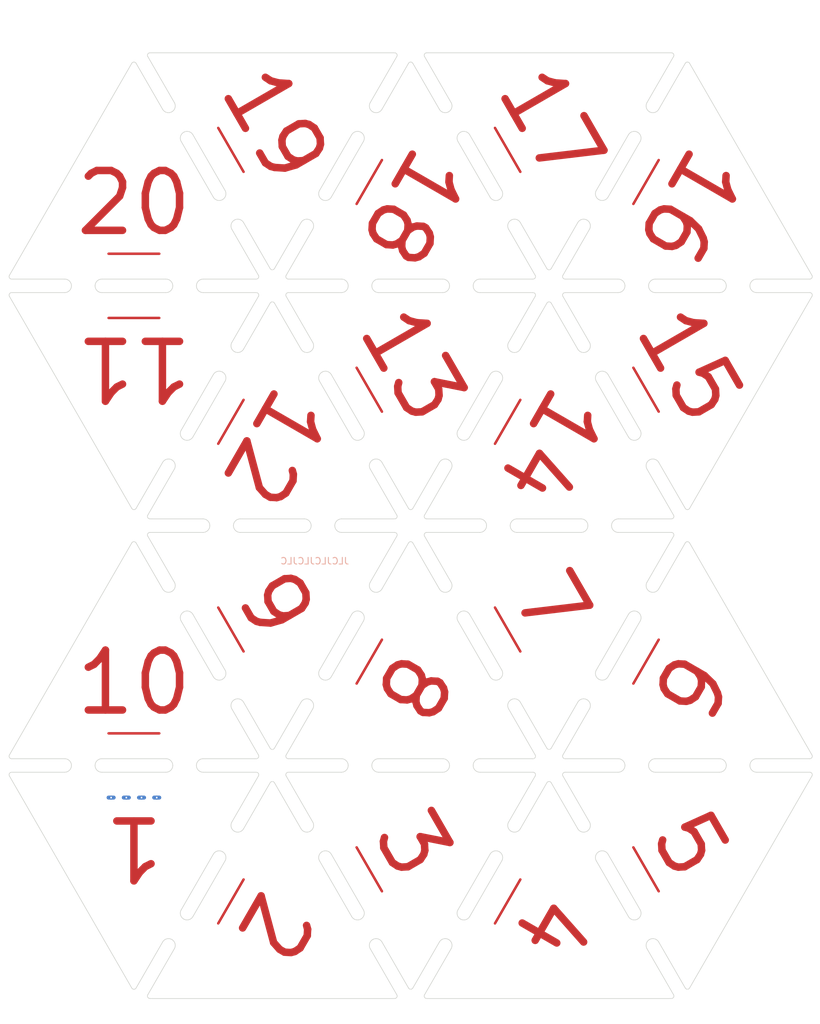
<source format=kicad_pcb>
(kicad_pcb (version 20240108) (generator "pcbnew") (generator_version "8.0")
  (layers (0 "F.Cu" signal) (1 "In1.Cu" signal) (2 "In2.Cu" signal) (3 "In3.Cu" signal) (4 "In4.Cu" signal) (31 "B.Cu" signal) (34 "B.Paste" user) (35 "F.Paste" user) (36 "B.SilkS" user "B.Silkscreen") (37 "F.SilkS" user "F.Silkscreen") (38 "B.Mask" user) (39 "F.Mask" user) (44 "Edge.Cuts" user))
  (net 0 "")
  (footprint "random testing:lightningBolt45mm" (layer "F.Cu") (at 66.144368 89.072299 -70)
    (property "Reference" "G***" (hide yes))
    (property "Value" "LOGO" (hide yes))
  )
  (footprint "random testing:lightningBolt45mm" (layer "F.Cu") (at 59.4 37.38 55)
    (property "Reference" "G***" (hide yes))
    (property "Value" "LOGO" (hide yes))
  )
  (footprint "Panelization:mouse-bite-2mm-slot" (layer "F.Cu") (at 126.419132 123.90299)
    (property "Reference" "mouse-bite-2mm-slot" (hide yes))
    (property "Value" "VAL**" (hide yes))
    (pad "" np_thru_hole circle (at -1.5 -0.75) (size 0.5 0.5) (drill 0.5) (layers "*.Mask" "F.Cu" "In1.Cu" "In2.Cu" "In3.Cu" "In4.Cu" "B.Cu"))
    (pad "" np_thru_hole circle (at -0.75 -0.75) (size 0.5 0.5) (drill 0.5) (layers "*.Mask" "F.Cu" "In1.Cu" "In2.Cu" "In3.Cu" "In4.Cu" "B.Cu"))
    (pad "" np_thru_hole circle (at 0 -0.75) (size 0.5 0.5) (drill 0.5) (layers "*.Mask" "F.Cu" "In1.Cu" "In2.Cu" "In3.Cu" "In4.Cu" "B.Cu"))
    (pad "" np_thru_hole circle (at 0.75 -0.75) (size 0.5 0.5) (drill 0.5) (layers "*.Mask" "F.Cu" "In1.Cu" "In2.Cu" "In3.Cu" "In4.Cu" "B.Cu"))
    (pad "" np_thru_hole circle (at 1.5 -0.75) (size 0.5 0.5) (drill 0.5) (layers "*.Mask" "F.Cu" "In1.Cu" "In2.Cu" "In3.Cu" "In4.Cu" "B.Cu"))
  )
  (footprint "random testing:lightningBolt45mm" (layer "F.Cu") (at 98.81653 70.067461 -5)
    (property "Reference" "G***" (hide yes))
    (property "Value" "LOGO" (hide yes))
  )
  (footprint "Panelization:mouse-bite-2mm-slot" (layer "F.Cu") (at 43.180002 51.815998 180)
    (property "Reference" "mouse-bite-2mm-slot" (hide yes))
    (property "Value" "VAL**" (hide yes))
    (pad "" np_thru_hole circle (at -1.5 -0.75 180) (size 0.5 0.5) (drill 0.5) (layers "*.Mask" "F.Cu" "In1.Cu" "In2.Cu" "In3.Cu" "In4.Cu" "B.Cu"))
    (pad "" np_thru_hole circle (at -0.75 -0.75 180) (size 0.5 0.5) (drill 0.5) (layers "*.Mask" "F.Cu" "In1.Cu" "In2.Cu" "In3.Cu" "In4.Cu" "B.Cu"))
    (pad "" np_thru_hole circle (at 0 -0.75 180) (size 0.5 0.5) (drill 0.5) (layers "*.Mask" "F.Cu" "In1.Cu" "In2.Cu" "In3.Cu" "In4.Cu" "B.Cu"))
    (pad "" np_thru_hole circle (at 0.75 -0.75 180) (size 0.5 0.5) (drill 0.5) (layers "*.Mask" "F.Cu" "In1.Cu" "In2.Cu" "In3.Cu" "In4.Cu" "B.Cu"))
    (pad "" np_thru_hole circle (at 1.5 -0.75 180) (size 0.5 0.5) (drill 0.5) (layers "*.Mask" "F.Cu" "In1.Cu" "In2.Cu" "In3.Cu" "In4.Cu" "B.Cu"))
  )
  (footprint "random testing:lightningBolt45mm" (layer "F.Cu") (at 78.23156 65.710854 -130)
    (property "Reference" "G***" (hide yes))
    (property "Value" "LOGO" (hide yes))
  )
  (footprint "random testing:lightningBolt45mm" (layer "F.Cu") (at 140.660907 101.754348 -130)
    (property "Reference" "G***" (hide yes))
    (property "Value" "LOGO" (hide yes))
  )
  (footprint "random testing:lightningBolt45mm" (layer "F.Cu") (at 63.734327 75.522964 -5)
    (property "Reference" "G***" (hide yes))
    (property "Value" "LOGO" (hide yes))
  )
  (footprint "random testing:lightningBolt45mm" (layer "F.Cu") (at 77.014793 138.864522 -130)
    (property "Reference" "G***" (hide yes))
    (property "Value" "LOGO" (hide yes))
  )
  (footprint "random testing:lightningBolt45mm" (layer "F.Cu") (at 126.163674 111.566458 -5)
    (property "Reference" "G***" (hide yes))
    (property "Value" "LOGO" (hide yes))
  )
  (footprint "random testing:lightningBolt45mm" (layer "F.Cu") (at 67.393288 106.533326 55)
    (property "Reference" "G***" (hide yes))
    (property "Value" "LOGO" (hide yes))
  )
  (footprint "random testing:lightningBolt45mm" (layer "F.Cu") (at 86.954066 125.115743 -70)
    (property "Reference" "G***" (hide yes))
    (property "Value" "LOGO" (hide yes))
  )
  (footprint "random testing:lightningBolt45mm" (layer "F.Cu") (at 42.200002 66.251998 -125)
    (property "Reference" "G***" (hide yes))
    (property "Value" "LOGO" (hide yes))
  )
  (footprint "random testing:lightningBolt45mm" (layer "F.Cu") (at 109.012668 34.446226 55)
    (property "Reference" "G***" (hide yes))
    (property "Value" "LOGO" (hide yes))
  )
  (footprint "Panelization:mouse-bite-2mm-slot" (layer "F.Cu") (at 141.658961 123.902884 180)
    (property "Reference" "mouse-bite-2mm-slot" (hide yes))
    (property "Value" "VAL**" (hide yes))
    (pad "" np_thru_hole circle (at -1.5 -0.75 180) (size 0.5 0.5) (drill 0.5) (layers "*.Mask" "F.Cu" "In1.Cu" "In2.Cu" "In3.Cu" "In4.Cu" "B.Cu"))
    (pad "" np_thru_hole circle (at -0.75 -0.75 180) (size 0.5 0.5) (drill 0.5) (layers "*.Mask" "F.Cu" "In1.Cu" "In2.Cu" "In3.Cu" "In4.Cu" "B.Cu"))
    (pad "" np_thru_hole circle (at 0 -0.75 180) (size 0.5 0.5) (drill 0.5) (layers "*.Mask" "F.Cu" "In1.Cu" "In2.Cu" "In3.Cu" "In4.Cu" "B.Cu"))
    (pad "" np_thru_hole circle (at 0.75 -0.75 180) (size 0.5 0.5) (drill 0.5) (layers "*.Mask" "F.Cu" "In1.Cu" "In2.Cu" "In3.Cu" "In4.Cu" "B.Cu"))
    (pad "" np_thru_hole circle (at 1.5 -0.75 180) (size 0.5 0.5) (drill 0.5) (layers "*.Mask" "F.Cu" "In1.Cu" "In2.Cu" "In3.Cu" "In4.Cu" "B.Cu"))
  )
  (footprint "random testing:lightningBolt45mm" (layer "F.Cu") (at 111.026407 156.590505 -65)
    (property "Reference" "G***" (hide yes))
    (property "Value" "LOGO" (hide yes))
  )
  (footprint "Panelization:mouse-bite-2mm-slot" (layer "F.Cu") (at 105.609263 87.85944 180)
    (property "Reference" "mouse-bite-2mm-slot" (hide yes))
    (property "Value" "VAL**" (hide yes))
    (pad "" np_thru_hole circle (at -1.5 -0.75 180) (size 0.5 0.5) (drill 0.5) (layers "*.Mask" "F.Cu" "In1.Cu" "In2.Cu" "In3.Cu" "In4.Cu" "B.Cu"))
    (pad "" np_thru_hole circle (at -0.75 -0.75 180) (size 0.5 0.5) (drill 0.5) (layers "*.Mask" "F.Cu" "In1.Cu" "In2.Cu" "In3.Cu" "In4.Cu" "B.Cu"))
    (pad "" np_thru_hole circle (at 0 -0.75 180) (size 0.5 0.5) (drill 0.5) (layers "*.Mask" "F.Cu" "In1.Cu" "In2.Cu" "In3.Cu" "In4.Cu" "B.Cu"))
    (pad "" np_thru_hole circle (at 0.75 -0.75 180) (size 0.5 0.5) (drill 0.5) (layers "*.Mask" "F.Cu" "In1.Cu" "In2.Cu" "In3.Cu" "In4.Cu" "B.Cu"))
    (pad "" np_thru_hole circle (at 1.5 -0.75 180) (size 0.5 0.5) (drill 0.5) (layers "*.Mask" "F.Cu" "In1.Cu" "In2.Cu" "In3.Cu" "In4.Cu" "B.Cu"))
  )
  (footprint "random testing:lightningBolt45mm" (layer "F.Cu") (at 78.006832 34.024017 -5)
    (property "Reference" "G***" (hide yes))
    (property "Value" "LOGO" (hide yes))
  )
  (footprint "random testing:lightningBolt45mm" (layer "F.Cu") (at 66.144273 16.985253 -70)
    (property "Reference" "G***" (hide yes))
    (property "Value" "LOGO" (hide yes))
  )
  (footprint "random testing:lightningBolt45mm" (layer "F.Cu") (at 105.353802 75.52291 -5)
    (property "Reference" "G***" (hide yes))
    (property "Value" "LOGO" (hide yes))
  )
  (footprint "random testing:lightningBolt45mm" (layer "F.Cu") (at 78.928484 107.117968 -5)
    (property "Reference" "G***" (hide yes))
    (property "Value" "LOGO" (hide yes))
  )
  (footprint "Panelization:mouse-bite-2mm-slot" (layer "F.Cu") (at 58.42 51.816)
    (property "Reference" "mouse-bite-2mm-slot" (hide yes))
    (property "Value" "VAL**" (hide yes))
    (pad "" np_thru_hole circle (at -1.5 -0.75) (size 0.5 0.5) (drill 0.5) (layers "*.Mask" "F.Cu" "In1.Cu" "In2.Cu" "In3.Cu" "In4.Cu" "B.Cu"))
    (pad "" np_thru_hole circle (at -0.75 -0.75) (size 0.5 0.5) (drill 0.5) (layers "*.Mask" "F.Cu" "In1.Cu" "In2.Cu" "In3.Cu" "In4.Cu" "B.Cu"))
    (pad "" np_thru_hole circle (at 0 -0.75) (size 0.5 0.5) (drill 0.5) (layers "*.Mask" "F.Cu" "In1.Cu" "In2.Cu" "In3.Cu" "In4.Cu" "B.Cu"))
    (pad "" np_thru_hole circle (at 0.75 -0.75) (size 0.5 0.5) (drill 0.5) (layers "*.Mask" "F.Cu" "In1.Cu" "In2.Cu" "In3.Cu" "In4.Cu" "B.Cu"))
    (pad "" np_thru_hole circle (at 1.5 -0.75) (size 0.5 0.5) (drill 0.5) (layers "*.Mask" "F.Cu" "In1.Cu" "In2.Cu" "In3.Cu" "In4.Cu" "B.Cu"))
  )
  (footprint "Panelization:mouse-bite-2mm-slot" (layer "F.Cu") (at 120.84926 87.859442)
    (property "Reference" "mouse-bite-2mm-slot" (hide yes))
    (property "Value" "VAL**" (hide yes))
    (pad "" np_thru_hole circle (at -1.5 -0.75) (size 0.5 0.5) (drill 0.5) (layers "*.Mask" "F.Cu" "In1.Cu" "In2.Cu" "In3.Cu" "In4.Cu" "B.Cu"))
    (pad "" np_thru_hole circle (at -0.75 -0.75) (size 0.5 0.5) (drill 0.5) (layers "*.Mask" "F.Cu" "In1.Cu" "In2.Cu" "In3.Cu" "In4.Cu" "B.Cu"))
    (pad "" np_thru_hole circle (at 0 -0.75) (size 0.5 0.5) (drill 0.5) (layers "*.Mask" "F.Cu" "In1.Cu" "In2.Cu" "In3.Cu" "In4.Cu" "B.Cu"))
    (pad "" np_thru_hole circle (at 0.75 -0.75) (size 0.5 0.5) (drill 0.5) (layers "*.Mask" "F.Cu" "In1.Cu" "In2.Cu" "In3.Cu" "In4.Cu" "B.Cu"))
    (pad "" np_thru_hole circle (at 1.5 -0.75) (size 0.5 0.5) (drill 0.5) (layers "*.Mask" "F.Cu" "In1.Cu" "In2.Cu" "In3.Cu" "In4.Cu" "B.Cu"))
  )
  (footprint "random testing:lightningBolt45mm" (layer "F.Cu") (at 131.836089 48.459961 -65)
    (property "Reference" "G***" (hide yes))
    (property "Value" "LOGO" (hide yes))
  )
  (footprint "random testing:lightningBolt45mm" (layer "F.Cu") (at 109.012763 106.533272 55)
    (property "Reference" "G***" (hide yes))
    (property "Value" "LOGO" (hide yes))
  )
  (footprint "random testing:lightningBolt45mm" (layer "F.Cu") (at 69.40113 157.597188 -65)
    (property "Reference" "G***" (hide yes))
    (property "Value" "LOGO" (hide yes))
  )
  (footprint "random testing:lightningBolt45mm" (layer "F.Cu") (at 129.822461 142.576716 55)
    (property "Reference" "G***" (hide yes))
    (property "Value" "LOGO" (hide yes))
  )
  (footprint "random testing:lightningBolt45mm" (layer "F.Cu") (at 88.202891 70.489724 55)
    (property "Reference" "G***" (hide yes))
    (property "Value" "LOGO" (hide yes))
  )
  (footprint "random testing:lightningBolt45mm" (layer "F.Cu") (at 38.712813 111.220941 -10)
    (property "Reference" "G***" (hide yes))
    (property "Value" "LOGO" (hide yes))
  )
  (footprint "Panelization:mouse-bite-2mm-slot" (layer "F.Cu") (at 100.039562 51.815998)
    (property "Reference" "mouse-bite-2mm-slot" (hide yes))
    (property "Value" "VAL**" (hide yes))
    (pad "" np_thru_hole circle (at -1.5 -0.75) (size 0.5 0.5) (drill 0.5) (layers "*.Mask" "F.Cu" "In1.Cu" "In2.Cu" "In3.Cu" "In4.Cu" "B.Cu"))
    (pad "" np_thru_hole circle (at -0.75 -0.75) (size 0.5 0.5) (drill 0.5) (layers "*.Mask" "F.Cu" "In1.Cu" "In2.Cu" "In3.Cu" "In4.Cu" "B.Cu"))
    (pad "" np_thru_hole circle (at 0 -0.75) (size 0.5 0.5) (drill 0.5) (layers "*.Mask" "F.Cu" "In1.Cu" "In2.Cu" "In3.Cu" "In4.Cu" "B.Cu"))
    (pad "" np_thru_hole circle (at 0.75 -0.75) (size 0.5 0.5) (drill 0.5) (layers "*.Mask" "F.Cu" "In1.Cu" "In2.Cu" "In3.Cu" "In4.Cu" "B.Cu"))
    (pad "" np_thru_hole circle (at 1.5 -0.75) (size 0.5 0.5) (drill 0.5) (layers "*.Mask" "F.Cu" "In1.Cu" "In2.Cu" "In3.Cu" "In4.Cu" "B.Cu"))
  )
  (footprint "random testing:lightningBolt45mm" (layer "F.Cu") (at 99.041432 101.754402 -130)
    (property "Reference" "G***" (hide yes))
    (property "Value" "LOGO" (hide yes))
  )
  (footprint "Panelization:mouse-bite-2mm-slot" (layer "F.Cu") (at 141.659132 123.90299)
    (property "Reference" "mouse-bite-2mm-slot" (hide yes))
    (property "Value" "VAL**" (hide yes))
    (pad "" np_thru_hole circle (at -1.5 -0.75) (size 0.5 0.5) (drill 0.5) (layers "*.Mask" "F.Cu" "In1.Cu" "In2.Cu" "In3.Cu" "In4.Cu" "B.Cu"))
    (pad "" np_thru_hole circle (at -0.75 -0.75) (size 0.5 0.5) (drill 0.5) (layers "*.Mask" "F.Cu" "In1.Cu" "In2.Cu" "In3.Cu" "In4.Cu" "B.Cu"))
    (pad "" np_thru_hole circle (at 0 -0.75) (size 0.5 0.5) (drill 0.5) (layers "*.Mask" "F.Cu" "In1.Cu" "In2.Cu" "In3.Cu" "In4.Cu" "B.Cu"))
    (pad "" np_thru_hole circle (at 0.75 -0.75) (size 0.5 0.5) (drill 0.5) (layers "*.Mask" "F.Cu" "In1.Cu" "In2.Cu" "In3.Cu" "In4.Cu" "B.Cu"))
    (pad "" np_thru_hole circle (at 1.5 -0.75) (size 0.5 0.5) (drill 0.5) (layers "*.Mask" "F.Cu" "In1.Cu" "In2.Cu" "In3.Cu" "In4.Cu" "B.Cu"))
  )
  (footprint "random testing:lightningBolt45mm" (layer "F.Cu") (at 131.836184 120.547007 -65)
    (property "Reference" "G***" (hide yes))
    (property "Value" "LOGO" (hide yes))
  )
  (footprint "Panelization:mouse-bite-2mm-slot" (layer "F.Cu") (at 141.658866 51.815838 180)
    (property "Reference" "mouse-bite-2mm-slot" (hide yes))
    (property "Value" "VAL**" (hide yes))
    (pad "" np_thru_hole circle (at -1.5 -0.75 180) (size 0.5 0.5) (drill 0.5) (layers "*.Mask" "F.Cu" "In1.Cu" "In2.Cu" "In3.Cu" "In4.Cu" "B.Cu"))
    (pad "" np_thru_hole circle (at -0.75 -0.75 180) (size 0.5 0.5) (drill 0.5) (layers "*.Mask" "F.Cu" "In1.Cu" "In2.Cu" "In3.Cu" "In4.Cu" "B.Cu"))
    (pad "" np_thru_hole circle (at 0 -0.75 180) (size 0.5 0.5) (drill 0.5) (layers "*.Mask" "F.Cu" "In1.Cu" "In2.Cu" "In3.Cu" "In4.Cu" "B.Cu"))
    (pad "" np_thru_hole circle (at 0.75 -0.75 180) (size 0.5 0.5) (drill 0.5) (layers "*.Mask" "F.Cu" "In1.Cu" "In2.Cu" "In3.Cu" "In4.Cu" "B.Cu"))
    (pad "" np_thru_hole circle (at 1.5 -0.75 180) (size 0.5 0.5) (drill 0.5) (layers "*.Mask" "F.Cu" "In1.Cu" "In2.Cu" "In3.Cu" "In4.Cu" "B.Cu"))
  )
  (footprint "random testing:lightningBolt45mm" (layer "F.Cu") (at 140.4361 142.154453 -5)
    (property "Reference" "G***" (hide yes))
    (property "Value" "LOGO" (hide yes))
  )
  (footprint "random testing:lightningBolt45mm" (layer "F.Cu") (at 128.573541 125.115689 -70)
    (property "Reference" "G***" (hide yes))
    (property "Value" "LOGO" (hide yes))
  )
  (footprint "random testing:lightningBolt45mm" (layer "F.Cu") (at 98.816625 142.154507 -5)
    (property "Reference" "G***" (hide yes))
    (property "Value" "LOGO" (hide yes))
  )
  (footprint "Panelization:mouse-bite-2mm-slot" (layer "F.Cu") (at 43.180097 123.903044 180)
    (property "Reference" "mouse-bite-2mm-slot" (hide yes))
    (property "Value" "VAL**" (hide yes))
    (pad "" np_thru_hole circle (at -1.5 -0.75 180) (size 0.5 0.5) (drill 0.5) (layers "*.Mask" "F.Cu" "In1.Cu" "In2.Cu" "In3.Cu" "In4.Cu" "B.Cu"))
    (pad "" np_thru_hole circle (at -0.75 -0.75 180) (size 0.5 0.5) (drill 0.5) (layers "*.Mask" "F.Cu" "In1.Cu" "In2.Cu" "In3.Cu" "In4.Cu" "B.Cu"))
    (pad "" np_thru_hole circle (at 0 -0.75 180) (size 0.5 0.5) (drill 0.5) (layers "*.Mask" "F.Cu" "In1.Cu" "In2.Cu" "In3.Cu" "In4.Cu" "B.Cu"))
    (pad "" np_thru_hole circle (at 0.75 -0.75 180) (size 0.5 0.5) (drill 0.5) (layers "*.Mask" "F.Cu" "In1.Cu" "In2.Cu" "In3.Cu" "In4.Cu" "B.Cu"))
    (pad "" np_thru_hole circle (at 1.5 -0.75 180) (size 0.5 0.5) (drill 0.5) (layers "*.Mask" "F.Cu" "In1.Cu" "In2.Cu" "In3.Cu" "In4.Cu" "B.Cu"))
  )
  (footprint "random testing:lightningBolt45mm" (layer "F.Cu") (at 87.37113 54.597188 -65)
    (property "Reference" "G***" (hide yes))
    (property "Value" "LOGO" (hide yes))
  )
  (footprint "Panelization:mouse-bite-2mm-slot" (layer "F.Cu") (at 105.60926 87.859442)
    (property "Reference" "mouse-bite-2mm-slot" (hide yes))
    (property "Value" "VAL**" (hide yes))
    (pad "" np_thru_hole circle (at -1.5 -0.75) (size 0.5 0.5) (drill 0.5) (layers "*.Mask" "F.Cu" "In1.Cu" "In2.Cu" "In3.Cu" "In4.Cu" "B.Cu"))
    (pad "" np_thru_hole circle (at -0.75 -0.75) (size 0.5 0.5) (drill 0.5) (layers "*.Mask" "F.Cu" "In1.Cu" "In2.Cu" "In3.Cu" "In4.Cu" "B.Cu"))
    (pad "" np_thru_hole circle (at 0 -0.75) (size 0.5 0.5) (drill 0.5) (layers "*.Mask" "F.Cu" "In1.Cu" "In2.Cu" "In3.Cu" "In4.Cu" "B.Cu"))
    (pad "" np_thru_hole circle (at 0.75 -0.75) (size 0.5 0.5) (drill 0.5) (layers "*.Mask" "F.Cu" "In1.Cu" "In2.Cu" "In3.Cu" "In4.Cu" "B.Cu"))
    (pad "" np_thru_hole circle (at 1.5 -0.75) (size 0.5 0.5) (drill 0.5) (layers "*.Mask" "F.Cu" "In1.Cu" "In2.Cu" "In3.Cu" "In4.Cu" "B.Cu"))
  )
  (footprint "Panelization:mouse-bite-2mm-slot" (layer "F.Cu") (at 84.799657 123.903044)
    (property "Reference" "mouse-bite-2mm-slot" (hide yes))
    (property "Value" "VAL**" (hide yes))
    (pad "" np_thru_hole circle (at -1.5 -0.75) (size 0.5 0.5) (drill 0.5) (layers "*.Mask" "F.Cu" "In1.Cu" "In2.Cu" "In3.Cu" "In4.Cu" "B.Cu"))
    (pad "" np_thru_hole circle (at -0.75 -0.75) (size 0.5 0.5) (drill 0.5) (layers "*.Mask" "F.Cu" "In1.Cu" "In2.Cu" "In3.Cu" "In4.Cu" "B.Cu"))
    (pad "" np_thru_hole circle (at 0 -0.75) (size 0.5 0.5) (drill 0.5) (layers "*.Mask" "F.Cu" "In1.Cu" "In2.Cu" "In3.Cu" "In4.Cu" "B.Cu"))
    (pad "" np_thru_hole circle (at 0.75 -0.75) (size 0.5 0.5) (drill 0.5) (layers "*.Mask" "F.Cu" "In1.Cu" "In2.Cu" "In3.Cu" "In4.Cu" "B.Cu"))
    (pad "" np_thru_hole circle (at 1.5 -0.75) (size 0.5 0.5) (drill 0.5) (layers "*.Mask" "F.Cu" "In1.Cu" "In2.Cu" "In3.Cu" "In4.Cu" "B.Cu"))
  )
  (footprint "random testing:lightningBolt45mm" (layer "F.Cu") (at 63.734422 147.61001 -5)
    (property "Reference" "G***" (hide yes))
    (property "Value" "LOGO" (hide yes))
  )
  (footprint "random testing:lightningBolt45mm" (layer "F.Cu") (at 62.887379 136.585149 170)
    (property "Reference" "G***" (hide yes))
    (property "Value" "LOGO" (hide yes))
  )
  (footprint "random testing:lightningBolt45mm" (layer "F.Cu") (at 84.544199 111.566512 -5)
    (property "Reference" "G***" (hide yes))
    (property "Value" "LOGO" (hide yes))
  )
  (footprint "Panelization:mouse-bite-2mm-slot" (layer "F.Cu") (at 100.039391 51.815892 180)
    (property "Reference" "mouse-bite-2mm-slot" (hide yes))
    (property "Value" "VAL**" (hide yes))
    (pad "" np_thru_hole circle (at -1.5 -0.75 180) (size 0.5 0.5) (drill 0.5) (layers "*.Mask" "F.Cu" "In1.Cu" "In2.Cu" "In3.Cu" "In4.Cu" "B.Cu"))
    (pad "" np_thru_hole circle (at -0.75 -0.75 180) (size 0.5 0.5) (drill 0.5) (layers "*.Mask" "F.Cu" "In1.Cu" "In2.Cu" "In3.Cu" "In4.Cu" "B.Cu"))
    (pad "" np_thru_hole circle (at 0 -0.75 180) (size 0.5 0.5) (drill 0.5) (layers "*.Mask" "F.Cu" "In1.Cu" "In2.Cu" "In3.Cu" "In4.Cu" "B.Cu"))
    (pad "" np_thru_hole circle (at 0.75 -0.75 180) (size 0.5 0.5) (drill 0.5) (layers "*.Mask" "F.Cu" "In1.Cu" "In2.Cu" "In3.Cu" "In4.Cu" "B.Cu"))
    (pad "" np_thru_hole circle (at 1.5 -0.75 180) (size 0.5 0.5) (drill 0.5) (layers "*.Mask" "F.Cu" "In1.Cu" "In2.Cu" "In3.Cu" "In4.Cu" "B.Cu"))
  )
  (footprint "Panelization:mouse-bite-2mm-slot" (layer "F.Cu") (at 63.989788 87.859494 180)
    (property "Reference" "mouse-bite-2mm-slot" (hide yes))
    (property "Value" "VAL**" (hide yes))
    (pad "" np_thru_hole circle (at -1.5 -0.75 180) (size 0.5 0.5) (drill 0.5) (layers "*.Mask" "F.Cu" "In1.Cu" "In2.Cu" "In3.Cu" "In4.Cu" "B.Cu"))
    (pad "" np_thru_hole circle (at -0.75 -0.75 180) (size 0.5 0.5) (drill 0.5) (layers "*.Mask" "F.Cu" "In1.Cu" "In2.Cu" "In3.Cu" "In4.Cu" "B.Cu"))
    (pad "" np_thru_hole circle (at 0 -0.75 180) (size 0.5 0.5) (drill 0.5) (layers "*.Mask" "F.Cu" "In1.Cu" "In2.Cu" "In3.Cu" "In4.Cu" "B.Cu"))
    (pad "" np_thru_hole circle (at 0.75 -0.75 180) (size 0.5 0.5) (drill 0.5) (layers "*.Mask" "F.Cu" "In1.Cu" "In2.Cu" "In3.Cu" "In4.Cu" "B.Cu"))
    (pad "" np_thru_hole circle (at 1.5 -0.75 180) (size 0.5 0.5) (drill 0.5) (layers "*.Mask" "F.Cu" "In1.Cu" "In2.Cu" "In3.Cu" "In4.Cu" "B.Cu"))
  )
  (footprint "random testing:lightningBolt45mm" (layer "F.Cu") (at 99.041337 29.667356 -130)
    (property "Reference" "G***" (hide yes))
    (property "Value" "LOGO" (hide yes))
  )
  (footprint "random testing:lightningBolt45mm" (layer "F.Cu") (at 47.141226 128.936232 -65)
    (property "Reference" "G***" (hide yes))
    (property "Value" "LOGO" (hide yes))
  )
  (footprint "Panelization:mouse-bite-2mm-slot" (layer "F.Cu") (at 84.799562 51.815998)
    (property "Reference" "mouse-bite-2mm-slot" (hide yes))
    (property "Value" "VAL**" (hide yes))
    (pad "" np_thru_hole circle (at -1.5 -0.75) (size 0.5 0.5) (drill 0.5) (layers "*.Mask" "F.Cu" "In1.Cu" "In2.Cu" "In3.Cu" "In4.Cu" "B.Cu"))
    (pad "" np_thru_hole circle (at -0.75 -0.75) (size 0.5 0.5) (drill 0.5) (layers "*.Mask" "F.Cu" "In1.Cu" "In2.Cu" "In3.Cu" "In4.Cu" "B.Cu"))
    (pad "" np_thru_hole circle (at 0 -0.75) (size 0.5 0.5) (drill 0.5) (layers "*.Mask" "F.Cu" "In1.Cu" "In2.Cu" "In3.Cu" "In4.Cu" "B.Cu"))
    (pad "" np_thru_hole circle (at 0.75 -0.75) (size 0.5 0.5) (drill 0.5) (layers "*.Mask" "F.Cu" "In1.Cu" "In2.Cu" "In3.Cu" "In4.Cu" "B.Cu"))
    (pad "" np_thru_hole circle (at 1.5 -0.75) (size 0.5 0.5) (drill 0.5) (layers "*.Mask" "F.Cu" "In1.Cu" "In2.Cu" "In3.Cu" "In4.Cu" "B.Cu"))
  )
  (footprint "random testing:lightningBolt45mm" (layer "F.Cu") (at 105.353897 147.609956 -5)
    (property "Reference" "G***" (hide yes))
    (property "Value" "LOGO" (hide yes))
  )
  (footprint "Panelization:mouse-bite-2mm-slot" (layer "F.Cu") (at 84.799486 123.902938 180)
    (property "Reference" "mouse-bite-2mm-slot" (hide yes))
    (property "Value" "VAL**" (hide yes))
    (pad "" np_thru_hole circle (at -1.5 -0.75 180) (size 0.5 0.5) (drill 0.5) (layers "*.Mask" "F.Cu" "In1.Cu" "In2.Cu" "In3.Cu" "In4.Cu" "B.Cu"))
    (pad "" np_thru_hole circle (at -0.75 -0.75 180) (size 0.5 0.5) (drill 0.5) (layers "*.Mask" "F.Cu" "In1.Cu" "In2.Cu" "In3.Cu" "In4.Cu" "B.Cu"))
    (pad "" np_thru_hole circle (at 0 -0.75 180) (size 0.5 0.5) (drill 0.5) (layers "*.Mask" "F.Cu" "In1.Cu" "In2.Cu" "In3.Cu" "In4.Cu" "B.Cu"))
    (pad "" np_thru_hole circle (at 0.75 -0.75 180) (size 0.5 0.5) (drill 0.5) (layers "*.Mask" "F.Cu" "In1.Cu" "In2.Cu" "In3.Cu" "In4.Cu" "B.Cu"))
    (pad "" np_thru_hole circle (at 1.5 -0.75 180) (size 0.5 0.5) (drill 0.5) (layers "*.Mask" "F.Cu" "In1.Cu" "In2.Cu" "In3.Cu" "In4.Cu" "B.Cu"))
  )
  (footprint "Panelization:mouse-bite-2mm-slot" (layer "F.Cu") (at 141.659037 51.815944)
    (property "Reference" "mouse-bite-2mm-slot" (hide yes))
    (property "Value" "VAL**" (hide yes))
    (pad "" np_thru_hole circle (at -1.5 -0.75) (size 0.5 0.5) (drill 0.5) (layers "*.Mask" "F.Cu" "In1.Cu" "In2.Cu" "In3.Cu" "In4.Cu" "B.Cu"))
    (pad "" np_thru_hole circle (at -0.75 -0.75) (size 0.5 0.5) (drill 0.5) (layers "*.Mask" "F.Cu" "In1.Cu" "In2.Cu" "In3.Cu" "In4.Cu" "B.Cu"))
    (pad "" np_thru_hole circle (at 0 -0.75) (size 0.5 0.5) (drill 0.5) (layers "*.Mask" "F.Cu" "In1.Cu" "In2.Cu" "In3.Cu" "In4.Cu" "B.Cu"))
    (pad "" np_thru_hole circle (at 0.75 -0.75) (size 0.5 0.5) (drill 0.5) (layers "*.Mask" "F.Cu" "In1.Cu" "In2.Cu" "In3.Cu" "In4.Cu" "B.Cu"))
    (pad "" np_thru_hole circle (at 1.5 -0.75) (size 0.5 0.5) (drill 0.5) (layers "*.Mask" "F.Cu" "In1.Cu" "In2.Cu" "In3.Cu" "In4.Cu" "B.Cu"))
  )
  (footprint "random testing:lightningBolt45mm" (layer "F.Cu") (at 69.406837 84.503513 -65)
    (property "Reference" "G***" (hide yes))
    (property "Value" "LOGO" (hide yes))
  )
  (footprint "random testing:lightningBolt45mm" (layer "F.Cu") (at 108.485655 89.648637 -70)
    (property "Reference" "G***" (hide yes))
    (property "Value" "LOGO" (hide yes))
  )
  (footprint "random testing:lightningBolt45mm" (layer "F.Cu") (at 111.026312 84.503459 -65)
    (property "Reference" "G***" (hide yes))
    (property "Value" "LOGO" (hide yes))
  )
  (footprint "Panelization:mouse-bite-2mm-slot" (layer "F.Cu") (at 79.229788 87.859494 180)
    (property "Reference" "mouse-bite-2mm-slot" (hide yes))
    (property "Value" "VAL**" (hide yes))
    (pad "" np_thru_hole circle (at -1.5 -0.75 180) (size 0.5 0.5) (drill 0.5) (layers "*.Mask" "F.Cu" "In1.Cu" "In2.Cu" "In3.Cu" "In4.Cu" "B.Cu"))
    (pad "" np_thru_hole circle (at -0.75 -0.75 180) (size 0.5 0.5) (drill 0.5) (layers "*.Mask" "F.Cu" "In1.Cu" "In2.Cu" "In3.Cu" "In4.Cu" "B.Cu"))
    (pad "" np_thru_hole circle (at 0 -0.75 180) (size 0.5 0.5) (drill 0.5) (layers "*.Mask" "F.Cu" "In1.Cu" "In2.Cu" "In3.Cu" "In4.Cu" "B.Cu"))
    (pad "" np_thru_hole circle (at 0.75 -0.75 180) (size 0.5 0.5) (drill 0.5) (layers "*.Mask" "F.Cu" "In1.Cu" "In2.Cu" "In3.Cu" "In4.Cu" "B.Cu"))
    (pad "" np_thru_hole circle (at 1.5 -0.75 180) (size 0.5 0.5) (drill 0.5) (layers "*.Mask" "F.Cu" "In1.Cu" "In2.Cu" "In3.Cu" "In4.Cu" "B.Cu"))
  )
  (footprint "Panelization:mouse-bite-2mm-slot" (layer "F.Cu") (at 43.180095 123.903046)
    (property "Reference" "mouse-bite-2mm-slot" (hide yes))
    (property "Value" "VAL**" (hide yes))
    (pad "" np_thru_hole circle (at -1.5 -0.75) (size 0.5 0.5) (drill 0.5) (layers "*.Mask" "F.Cu" "In1.Cu" "In2.Cu" "In3.Cu" "In4.Cu" "B.Cu"))
    (pad "" np_thru_hole circle (at -0.75 -0.75) (size 0.5 0.5) (drill 0.5) (layers "*.Mask" "F.Cu" "In1.Cu" "In2.Cu" "In3.Cu" "In4.Cu" "B.Cu"))
    (pad "" np_thru_hole circle (at 0 -0.75) (size 0.5 0.5) (drill 0.5) (layers "*.Mask" "F.Cu" "In1.Cu" "In2.Cu" "In3.Cu" "In4.Cu" "B.Cu"))
    (pad "" np_thru_hole circle (at 0.75 -0.75) (size 0.5 0.5) (drill 0.5) (layers "*.Mask" "F.Cu" "In1.Cu" "In2.Cu" "In3.Cu" "In4.Cu" "B.Cu"))
    (pad "" np_thru_hole circle (at 1.5 -0.75) (size 0.5 0.5) (drill 0.5) (layers "*.Mask" "F.Cu" "In1.Cu" "In2.Cu" "In3.Cu" "In4.Cu" "B.Cu"))
  )
  (footprint "Panelization:mouse-bite-2mm-slot" (layer "F.Cu") (at 120.849263 87.85944 180)
    (property "Reference" "mouse-bite-2mm-slot" (hide yes))
    (property "Value" "VAL**" (hide yes))
    (pad "" np_thru_hole circle (at -1.5 -0.75 180) (size 0.5 0.5) (drill 0.5) (layers "*.Mask" "F.Cu" "In1.Cu" "In2.Cu" "In3.Cu" "In4.Cu" "B.Cu"))
    (pad "" np_thru_hole circle (at -0.75 -0.75 180) (size 0.5 0.5) (drill 0.5) (layers "*.Mask" "F.Cu" "In1.Cu" "In2.Cu" "In3.Cu" "In4.Cu" "B.Cu"))
    (pad "" np_thru_hole circle (at 0 -0.75 180) (size 0.5 0.5) (drill 0.5) (layers "*.Mask" "F.Cu" "In1.Cu" "In2.Cu" "In3.Cu" "In4.Cu" "B.Cu"))
    (pad "" np_thru_hole circle (at 0.75 -0.75 180) (size 0.5 0.5) (drill 0.5) (layers "*.Mask" "F.Cu" "In1.Cu" "In2.Cu" "In3.Cu" "In4.Cu" "B.Cu"))
    (pad "" np_thru_hole circle (at 1.5 -0.75 180) (size 0.5 0.5) (drill 0.5) (layers "*.Mask" "F.Cu" "In1.Cu" "In2.Cu" "In3.Cu" "In4.Cu" "B.Cu"))
  )
  (footprint "random testing:lightningBolt45mm" (layer "F.Cu") (at 62.887284 64.498103 170)
    (property "Reference" "G***" (hide yes))
    (property "Value" "LOGO" (hide yes))
  )
  (footprint "random testing:lightningBolt45mm" (layer "F.Cu") (at 84.544104 39.479466 -5)
    (property "Reference" "G***" (hide yes))
    (property "Value" "LOGO" (hide yes))
  )
  (footprint "Panelization:mouse-bite-2mm-slot" (layer "F.Cu") (at 43.18 51.816)
    (property "Reference" "mouse-bite-2mm-slot" (hide yes))
    (property "Value" "VAL**" (hide yes))
    (pad "" np_thru_hole circle (at -1.5 -0.75) (size 0.5 0.5) (drill 0.5) (layers "*.Cu" "*.Mask"))
    (pad "" np_thru_hole circle (at -0.75 -0.75) (size 0.5 0.5) (drill 0.5) (layers "*.Cu" "*.Mask"))
    (pad "" np_thru_hole circle (at 0 -0.75) (size 0.5 0.5) (drill 0.5) (layers "*.Cu" "*.Mask"))
    (pad "" np_thru_hole circle (at 0.75 -0.75) (size 0.5 0.5) (drill 0.5) (layers "*.Cu" "*.Mask"))
    (pad "" np_thru_hole circle (at 1.5 -0.75) (size 0.5 0.5) (drill 0.5) (layers "*.Cu" "*.Mask"))
  )
  (footprint "random testing:lightningBolt45mm" (layer "F.Cu") (at 126.163579 39.479412 -5)
    (property "Reference" "G***" (hide yes))
    (property "Value" "LOGO" (hide yes))
  )
  (footprint "random testing:lightningBolt45mm" (layer "F.Cu") (at 129.822366 70.48967 55)
    (property "Reference" "G***" (hide yes))
    (property "Value" "LOGO" (hide yes))
  )
  (footprint "random testing:lightningBolt45mm" (layer "F.Cu") (at 128.573446 53.028643 -70)
    (property "Reference" "G***" (hide yes))
    (property "Value" "LOGO" (hide yes))
  )
  (footprint "random testing:lightningBolt45mm" (layer "F.Cu") (at 54.458966 118.869858 115)
    (property "Reference" "G***" (hide yes))
    (property "Value" "LOGO" (hide yes))
  )
  (footprint "random testing:lightningBolt45mm" (layer "F.Cu") (at 38.712718 39.133895 -10)
    (property "Reference" "G***" (hide yes))
    (property "Value" "LOGO" (hide yes))
  )
  (footprint "Panelization:mouse-bite-2mm-slot" (layer "F.Cu") (at 126.418866 51.815838 180)
    (property "Reference" "mouse-bite-2mm-slot" (hide yes))
    (property "Value" "VAL**" (hide yes))
    (pad "" np_thru_hole circle (at -1.5 -0.75 180) (size 0.5 0.5) (drill 0.5) (layers "*.Mask" "F.Cu" "In1.Cu" "In2.Cu" "In3.Cu" "In4.Cu" "B.Cu"))
    (pad "" np_thru_hole circle (at -0.75 -0.75 180) (size 0.5 0.5) (drill 0.5) (layers "*.Mask" "F.Cu" "In1.Cu" "In2.Cu" "In3.Cu" "In4.Cu" "B.Cu"))
    (pad "" np_thru_hole circle (at 0 -0.75 180) (size 0.5 0.5) (drill 0.5) (layers "*.Mask" "F.Cu" "In1.Cu" "In2.Cu" "In3.Cu" "In4.Cu" "B.Cu"))
    (pad "" np_thru_hole circle (at 0.75 -0.75 180) (size 0.5 0.5) (drill 0.5) (layers "*.Mask" "F.Cu" "In1.Cu" "In2.Cu" "In3.Cu" "In4.Cu" "B.Cu"))
    (pad "" np_thru_hole circle (at 1.5 -0.75 180) (size 0.5 0.5) (drill 0.5) (layers "*.Mask" "F.Cu" "In1.Cu" "In2.Cu" "In3.Cu" "In4.Cu" "B.Cu"))
  )
  (footprint "random testing:lightningBolt45mm" (layer "F.Cu") (at 90.216709 120.547061 -65)
    (property "Reference" "G***" (hide yes))
    (property "Value" "LOGO" (hide yes))
  )
  (footprint "random testing:lightningBolt45mm" (layer "F.Cu") (at 54.458871 46.782812 115)
    (property "Reference" "G***" (hide yes))
    (property "Value" "LOGO" (hide yes))
  )
  (footprint "random testing:lightningBolt45mm" (layer "F.Cu") (at 119.851035 65.7108 -130)
    (property "Reference" "G***" (hide yes))
    (property "Value" "LOGO" (hide yes))
  )
  (footprint "random testing:lightningBolt45mm" (layer "F.Cu") (at 118.314793 137.304522 -130)
    (property "Reference" "G***" (hide yes))
    (property "Value" "LOGO" (hide yes))
  )
  (footprint "Panelization:mouse-bite-2mm-slot" (layer "F.Cu") (at 84.799391 51.815892 180)
    (property "Reference" "mouse-bite-2mm-slot" (hide yes))
    (property "Value" "VAL**" (hide yes))
    (pad "" np_thru_hole circle (at -1.5 -0.75 180) (size 0.5 0.5) (drill 0.5) (layers "*.Mask" "F.Cu" "In1.Cu" "In2.Cu" "In3.Cu" "In4.Cu" "B.Cu"))
    (pad "" np_thru_hole circle (at -0.75 -0.75 180) (size 0.5 0.5) (drill 0.5) (layers "*.Mask" "F.Cu" "In1.Cu" "In2.Cu" "In3.Cu" "In4.Cu" "B.Cu"))
    (pad "" np_thru_hole circle (at 0 -0.75 180) (size 0.5 0.5) (drill 0.5) (layers "*.Mask" "F.Cu" "In1.Cu" "In2.Cu" "In3.Cu" "In4.Cu" "B.Cu"))
    (pad "" np_thru_hole circle (at 0.75 -0.75 180) (size 0.5 0.5) (drill 0.5) (layers "*.Mask" "F.Cu" "In1.Cu" "In2.Cu" "In3.Cu" "In4.Cu" "B.Cu"))
    (pad "" np_thru_hole circle (at 1.5 -0.75 180) (size 0.5 0.5) (drill 0.5) (layers "*.Mask" "F.Cu" "In1.Cu" "In2.Cu" "In3.Cu" "In4.Cu" "B.Cu"))
  )
  (footprint "Panelization:mouse-bite-2mm-slot" (layer "F.Cu") (at 58.420095 123.903046)
    (property "Reference" "mouse-bite-2mm-slot" (hide yes))
    (property "Value" "VAL**" (hide yes))
    (pad "" np_thru_hole circle (at -1.5 -0.75) (size 0.5 0.5) (drill 0.5) (layers "*.Mask" "F.Cu" "In1.Cu" "In2.Cu" "In3.Cu" "In4.Cu" "B.Cu"))
    (pad "" np_thru_hole circle (at -0.75 -0.75) (size 0.5 0.5) (drill 0.5) (layers "*.Mask" "F.Cu" "In1.Cu" "In2.Cu" "In3.Cu" "In4.Cu" "B.Cu"))
    (pad "" np_thru_hole circle (at 0 -0.75) (size 0.5 0.5) (drill 0.5) (layers "*.Mask" "F.Cu" "In1.Cu" "In2.Cu" "In3.Cu" "In4.Cu" "B.Cu"))
    (pad "" np_thru_hole circle (at 0.75 -0.75) (size 0.5 0.5) (drill 0.5) (layers "*.Mask" "F.Cu" "In1.Cu" "In2.Cu" "In3.Cu" "In4.Cu" "B.Cu"))
    (pad "" np_thru_hole circle (at 1.5 -0.75) (size 0.5 0.5) (drill 0.5) (layers "*.Mask" "F.Cu" "In1.Cu" "In2.Cu" "In3.Cu" "In4.Cu" "B.Cu"))
  )
  (footprint "random testing:lightningBolt45mm" (layer "F.Cu") (at 119.626307 34.023963 -5)
    (property "Reference" "G***" (hide yes))
    (property "Value" "LOGO" (hide yes))
  )
  (footprint "Panelization:mouse-bite-2mm-slot" (layer "F.Cu") (at 100.039657 123.903044)
    (property "Reference" "mouse-bite-2mm-slot" (hide yes))
    (property "Value" "VAL**" (hide yes))
    (pad "" np_thru_hole circle (at -1.5 -0.75) (size 0.5 0.5) (drill 0.5) (layers "*.Mask" "F.Cu" "In1.Cu" "In2.Cu" "In3.Cu" "In4.Cu" "B.Cu"))
    (pad "" np_thru_hole circle (at -0.75 -0.75) (size 0.5 0.5) (drill 0.5) (layers "*.Mask" "F.Cu" "In1.Cu" "In2.Cu" "In3.Cu" "In4.Cu" "B.Cu"))
    (pad "" np_thru_hole circle (at 0 -0.75) (size 0.5 0.5) (drill 0.5) (layers "*.Mask" "F.Cu" "In1.Cu" "In2.Cu" "In3.Cu" "In4.Cu" "B.Cu"))
    (pad "" np_thru_hole circle (at 0.75 -0.75) (size 0.5 0.5) (drill 0.5) (layers "*.Mask" "F.Cu" "In1.Cu" "In2.Cu" "In3.Cu" "In4.Cu" "B.Cu"))
    (pad "" np_thru_hole circle (at 1.5 -0.75) (size 0.5 0.5) (drill 0.5) (layers "*.Mask" "F.Cu" "In1.Cu" "In2.Cu" "In3.Cu" "In4.Cu" "B.Cu"))
  )
  (footprint "Panelization:mouse-bite-2mm-slot" (layer "F.Cu") (at 58.420097 123.903044 180)
    (property "Reference" "mouse-bite-2mm-slot" (hide yes))
    (property "Value" "VAL**" (hide yes))
    (pad "" np_thru_hole circle (at -1.5 -0.75 180) (size 0.5 0.5) (drill 0.5) (layers "*.Mask" "F.Cu" "In1.Cu" "In2.Cu" "In3.Cu" "In4.Cu" "B.Cu"))
    (pad "" np_thru_hole circle (at -0.75 -0.75 180) (size 0.5 0.5) (drill 0.5) (layers "*.Mask" "F.Cu" "In1.Cu" "In2.Cu" "In3.Cu" "In4.Cu" "B.Cu"))
    (pad "" np_thru_hole circle (at 0 -0.75 180) (size 0.5 0.5) (drill 0.5) (layers "*.Mask" "F.Cu" "In1.Cu" "In2.Cu" "In3.Cu" "In4.Cu" "B.Cu"))
    (pad "" np_thru_hole circle (at 0.75 -0.75 180) (size 0.5 0.5) (drill 0.5) (layers "*.Mask" "F.Cu" "In1.Cu" "In2.Cu" "In3.Cu" "In4.Cu" "B.Cu"))
    (pad "" np_thru_hole circle (at 1.5 -0.75 180) (size 0.5 0.5) (drill 0.5) (layers "*.Mask" "F.Cu" "In1.Cu" "In2.Cu" "In3.Cu" "In4.Cu" "B.Cu"))
  )
  (footprint "Panelization:mouse-bite-2mm-slot" (layer "F.Cu") (at 100.039486 123.902938 180)
    (property "Reference" "mouse-bite-2mm-slot" (hide yes))
    (property "Value" "VAL**" (hide yes))
    (pad "" np_thru_hole circle (at -1.5 -0.75 180) (size 0.5 0.5) (drill 0.5) (layers "*.Mask" "F.Cu" "In1.Cu" "In2.Cu" "In3.Cu" "In4.Cu" "B.Cu"))
    (pad "" np_thru_hole circle (at -0.75 -0.75 180) (size 0.5 0.5) (drill 0.5) (layers "*.Mask" "F.Cu" "In1.Cu" "In2.Cu" "In3.Cu" "In4.Cu" "B.Cu"))
    (pad "" np_thru_hole circle (at 0 -0.75 180) (size 0.5 0.5) (drill 0.5) (layers "*.Mask" "F.Cu" "In1.Cu" "In2.Cu" "In3.Cu" "In4.Cu" "B.Cu"))
    (pad "" np_thru_hole circle (at 0.75 -0.75 180) (size 0.5 0.5) (drill 0.5) (layers "*.Mask" "F.Cu" "In1.Cu" "In2.Cu" "In3.Cu" "In4.Cu" "B.Cu"))
    (pad "" np_thru_hole circle (at 1.5 -0.75 180) (size 0.5 0.5) (drill 0.5) (layers "*.Mask" "F.Cu" "In1.Cu" "In2.Cu" "In3.Cu" "In4.Cu" "B.Cu"))
  )
  (footprint "random testing:lightningBolt45mm" (layer "F.Cu") (at 119.626402 106.111009 -5)
    (property "Reference" "G***" (hide yes))
    (property "Value" "LOGO" (hide yes))
  )
  (footprint "random testing:lightningBolt45mm" (layer "F.Cu") (at 88.202986 142.57677 55)
    (property "Reference" "G***" (hide yes))
    (property "Value" "LOGO" (hide yes))
  )
  (footprint "Panelization:mouse-bite-2mm-slot" (layer "F.Cu") (at 126.419037 51.815944)
    (property "Reference" "mouse-bite-2mm-slot" (hide yes))
    (property "Value" "VAL**" (hide yes))
    (pad "" np_thru_hole circle (at -1.5 -0.75) (size 0.5 0.5) (drill 0.5) (layers "*.Mask" "F.Cu" "In1.Cu" "In2.Cu" "In3.Cu" "In4.Cu" "B.Cu"))
    (pad "" np_thru_hole circle (at -0.75 -0.75) (size 0.5 0.5) (drill 0.5) (layers "*.Mask" "F.Cu" "In1.Cu" "In2.Cu" "In3.Cu" "In4.Cu" "B.Cu"))
    (pad "" np_thru_hole circle (at 0 -0.75) (size 0.5 0.5) (drill 0.5) (layers "*.Mask" "F.Cu" "In1.Cu" "In2.Cu" "In3.Cu" "In4.Cu" "B.Cu"))
    (pad "" np_thru_hole circle (at 0.75 -0.75) (size 0.5 0.5) (drill 0.5) (layers "*.Mask" "F.Cu" "In1.Cu" "In2.Cu" "In3.Cu" "In4.Cu" "B.Cu"))
    (pad "" np_thru_hole circle (at 1.5 -0.75) (size 0.5 0.5) (drill 0.5) (layers "*.Mask" "F.Cu" "In1.Cu" "In2.Cu" "In3.Cu" "In4.Cu" "B.Cu"))
  )
  (footprint "Panelization:mouse-bite-2mm-slot" (layer "F.Cu") (at 58.420002 51.815998 180)
    (property "Reference" "mouse-bite-2mm-slot" (hide yes))
    (property "Value" "VAL**" (hide yes))
    (pad "" np_thru_hole circle (at -1.5 -0.75 180) (size 0.5 0.5) (drill 0.5) (layers "*.Mask" "F.Cu" "In1.Cu" "In2.Cu" "In3.Cu" "In4.Cu" "B.Cu"))
    (pad "" np_thru_hole circle (at -0.75 -0.75 180) (size 0.5 0.5) (drill 0.5) (layers "*.Mask" "F.Cu" "In1.Cu" "In2.Cu" "In3.Cu" "In4.Cu" "B.Cu"))
    (pad "" np_thru_hole circle (at 0 -0.75 180) (size 0.5 0.5) (drill 0.5) (layers "*.Mask" "F.Cu" "In1.Cu" "In2.Cu" "In3.Cu" "In4.Cu" "B.Cu"))
    (pad "" np_thru_hole circle (at 0.75 -0.75 180) (size 0.5 0.5) (drill 0.5) (layers "*.Mask" "F.Cu" "In1.Cu" "In2.Cu" "In3.Cu" "In4.Cu" "B.Cu"))
    (pad "" np_thru_hole circle (at 1.5 -0.75 180) (size 0.5 0.5) (drill 0.5) (layers "*.Mask" "F.Cu" "In1.Cu" "In2.Cu" "In3.Cu" "In4.Cu" "B.Cu"))
  )
  (footprint "random testing:lightningBolt45mm" (layer "F.Cu") (at 107.763748 16.985199 -70)
    (property "Reference" "G***" (hide yes))
    (property "Value" "LOGO" (hide yes))
  )
  (footprint "random testing:lightningBolt45mm" (layer "F.Cu") (at 47.141131 56.849186 -65)
    (property "Reference" "G***" (hide yes))
    (property "Value" "LOGO" (hide yes))
  )
  (footprint "random testing:lightningBolt45mm" (layer "F.Cu") (at 90.216614 48.460015 -65)
    (property "Reference" "G***" (hide yes))
    (property "Value" "LOGO" (hide yes))
  )
  (footprint "random testing:lightningBolt45mm" (layer "F.Cu") (at 42.200097 138.339044 -125)
    (property "Reference" "G***" (hide yes))
    (property "Value" "LOGO" (hide yes))
  )
  (footprint "Panelization:mouse-bite-2mm-slot" (layer "F.Cu") (at 79.229785 87.859496)
    (property "Reference" "mouse-bite-2mm-slot" (hide yes))
    (property "Value" "VAL**" (hide yes))
    (pad "" np_thru_hole circle (at -1.5 -0.75) (size 0.5 0.5) (drill 0.5) (layers "*.Mask" "F.Cu" "In1.Cu" "In2.Cu" "In3.Cu" "In4.Cu" "B.Cu"))
    (pad "" np_thru_hole circle (at -0.75 -0.75) (size 0.5 0.5) (drill 0.5) (layers "*.Mask" "F.Cu" "In1.Cu" "In2.Cu" "In3.Cu" "In4.Cu" "B.Cu"))
    (pad "" np_thru_hole circle (at 0 -0.75) (size 0.5 0.5) (drill 0.5) (layers "*.Mask" "F.Cu" "In1.Cu" "In2.Cu" "In3.Cu" "In4.Cu" "B.Cu"))
    (pad "" np_thru_hole circle (at 0.75 -0.75) (size 0.5 0.5) (drill 0.5) (layers "*.Mask" "F.Cu" "In1.Cu" "In2.Cu" "In3.Cu" "In4.Cu" "B.Cu"))
    (pad "" np_thru_hole circle (at 1.5 -0.75) (size 0.5 0.5) (drill 0.5) (layers "*.Mask" "F.Cu" "In1.Cu" "In2.Cu" "In3.Cu" "In4.Cu" "B.Cu"))
  )
  (footprint "random testing:lightningBolt45mm" (layer "F.Cu") (at 140.436005 70.067407 -5)
    (property "Reference" "G***" (hide yes))
    (property "Value" "LOGO" (hide yes))
  )
  (footprint "random testing:lightningBolt45mm" (layer "F.Cu") (at 59.400095 109.467046 55)
    (property "Reference" "G***" (hide yes))
    (property "Value" "LOGO" (hide yes))
  )
  (footprint "random testing:lightningBolt45mm" (layer "F.Cu") (at 140.660812 29.667302 -130)
    (property "Reference" "G***" (hide yes))
    (property "Value" "LOGO" (hide yes))
  )
  (footprint "Panelization:mouse-bite-2mm-slot" (layer "F.Cu") (at 126.418961 123.902884 180)
    (property "Reference" "mouse-bite-2mm-slot" (hide yes))
    (property "Value" "VAL**" (hide yes))
    (pad "" np_thru_hole circle (at -1.5 -0.75 180) (size 0.5 0.5) (drill 0.5) (layers "*.Mask" "F.Cu" "In1.Cu" "In2.Cu" "In3.Cu" "In4.Cu" "B.Cu"))
    (pad "" np_thru_hole circle (at -0.75 -0.75 180) (size 0.5 0.5) (drill 0.5) (layers "*.Mask" "F.Cu" "In1.Cu" "In2.Cu" "In3.Cu" "In4.Cu" "B.Cu"))
    (pad "" np_thru_hole circle (at 0 -0.75 180) (size 0.5 0.5) (drill 0.5) (layers "*.Mask" "F.Cu" "In1.Cu" "In2.Cu" "In3.Cu" "In4.Cu" "B.Cu"))
    (pad "" np_thru_hole circle (at 0.75 -0.75 180) (size 0.5 0.5) (drill 0.5) (layers "*.Mask" "F.Cu" "In1.Cu" "In2.Cu" "In3.Cu" "In4.Cu" "B.Cu"))
    (pad "" np_thru_hole circle (at 1.5 -0.75 180) (size 0.5 0.5) (drill 0.5) (layers "*.Mask" "F.Cu" "In1.Cu" "In2.Cu" "In3.Cu" "In4.Cu" "B.Cu"))
  )
  (footprint "Panelization:mouse-bite-2mm-slot" (layer "F.Cu") (at 63.989785 87.859496)
    (property "Reference" "mouse-bite-2mm-slot" (hide yes))
    (property "Value" "VAL**" (hide yes))
    (pad "" np_thru_hole circle (at -1.5 -0.75) (size 0.5 0.5) (drill 0.5) (layers "*.Mask" "F.Cu" "In1.Cu" "In2.Cu" "In3.Cu" "In4.Cu" "B.Cu"))
    (pad "" np_thru_hole circle (at -0.75 -0.75) (size 0.5 0.5) (drill 0.5) (layers "*.Mask" "F.Cu" "In1.Cu" "In2.Cu" "In3.Cu" "In4.Cu" "B.Cu"))
    (pad "" np_thru_hole circle (at 0 -0.75) (size 0.5 0.5) (drill 0.5) (layers "*.Mask" "F.Cu" "In1.Cu" "In2.Cu" "In3.Cu" "In4.Cu" "B.Cu"))
    (pad "" np_thru_hole circle (at 0.75 -0.75) (size 0.5 0.5) (drill 0.5) (layers "*.Mask" "F.Cu" "In1.Cu" "In2.Cu" "In3.Cu" "In4.Cu" "B.Cu"))
    (pad "" np_thru_hole circle (at 1.5 -0.75) (size 0.5 0.5) (drill 0.5) (layers "*.Mask" "F.Cu" "In1.Cu" "In2.Cu" "In3.Cu" "In4.Cu" "B.Cu"))
  )
  (footprint "random testing:lightningBolt45mm" (layer "F.Cu") (at 67.393193 34.44628 55)
    (property "Reference" "G***" (hide yes))
    (property "Value" "LOGO" (hide yes))
  )
  (gr_line (start 54.610002 56.641998) (end 46.990001 56.641998) (stroke (width 0.375)) (layer "F.Cu"))
  (gr_line (start 105.098898 100.168634) (end 108.908898 106.767747) (stroke (width 0.375)) (layer "F.Cu"))
  (gr_line (start 50.038 128.729044) (end 49.276 128.729044) (stroke (width 0.375)) (layer "F.Cu"))
  (gr_line (start 46.990095 119.077046) (end 54.610095 119.077046) (stroke (width 0.375)) (layer "F.Cu"))
  (gr_line (start 88.09911 32.90764) (end 84.28911 39.506754) (stroke (width 0.375)) (layer "F.Cu"))
  (gr_line (start 129.71868 104.994632) (end 125.90868 111.593746) (stroke (width 0.375)) (layer "F.Cu"))
  (gr_line (start 46.99 46.99) (end 54.61 46.99) (stroke (width 0.375)) (layer "F.Cu"))
  (gr_line (start 88.099205 104.994686) (end 84.289205 111.5938) (stroke (width 0.375)) (layer "F.Cu"))
  (gr_line (start 125.908501 64.125032) (end 129.718501 70.724146) (stroke (width 0.375)) (layer "F.Cu"))
  (gr_line (start 125.908596 136.212078) (end 129.718596 142.811192) (stroke (width 0.375)) (layer "F.Cu"))
  (gr_line (start 52.324 128.729044) (end 51.562 128.729044) (stroke (width 0.375)) (layer "F.Cu"))
  (gr_line (start 129.718585 32.907586) (end 125.908585 39.5067) (stroke (width 0.375)) (layer "F.Cu"))
  (gr_line (start 47.752 128.729044) (end 46.990096 128.729044) (stroke (width 0.375)) (layer "F.Cu"))
  (gr_line (start 63.479423 100.168688) (end 67.289423 106.767802) (stroke (width 0.375)) (layer "F.Cu"))
  (gr_line (start 67.289428 141.038184) (end 63.479427 147.637298) (stroke (width 0.375)) (layer "F.Cu"))
  (gr_line (start 84.289026 64.125086) (end 88.099026 70.7242) (stroke (width 0.375)) (layer "F.Cu"))
  (gr_line (start 63.479328 28.081642) (end 67.289328 34.680756) (stroke (width 0.375)) (layer "F.Cu"))
  (gr_line (start 108.908903 141.03813) (end 105.098903 147.637244) (stroke (width 0.375)) (layer "F.Cu"))
  (gr_line (start 53.848 128.729044) (end 54.61 128.729044) (stroke (width 0.375)) (layer "F.Cu"))
  (gr_line (start 108.908808 68.951084) (end 105.098808 75.550198) (stroke (width 0.375)) (layer "F.Cu"))
  (gr_line (start 67.289333 68.951138) (end 63.479332 75.550252) (stroke (width 0.375)) (layer "F.Cu"))
  (gr_line (start 84.289121 136.212132) (end 88.099121 142.811246) (stroke (width 0.375)) (layer "F.Cu"))
  (gr_line (start 105.098803 28.081588) (end 108.908803 34.680701) (stroke (width 0.375)) (layer "F.Cu"))
  (gr_line (start 54.61 128.729044) (end 53.848 128.729044) (stroke (width 0.6)) (layer "B.Cu"))
  (gr_line (start 52.324 128.729044) (end 51.562 128.729044) (stroke (width 0.6)) (layer "B.Cu"))
  (gr_line (start 50.038 128.729044) (end 49.276 128.729044) (stroke (width 0.6)) (layer "B.Cu"))
  (gr_line (start 47.752048 128.729044) (end 46.990048 128.729044) (stroke (width 0.6)) (layer "B.Cu"))
  (gr_line (start 133.714194 85.264889) (end 129.720947 78.348378) (stroke (width 0.1)) (layer "Edge.Cuts"))
  (gr_line (start 82.005657 122.887044) (end 74.019157 122.887044) (stroke (width 0.1)) (layer "Edge.Cuts"))
  (gr_arc (start 65.767785 87.859496) (mid 66.065372 87.141082) (end 66.783785 86.843496) (stroke (width 0.1)) (layer "Edge.Cuts"))
  (gr_arc (start 90.010193 16.788448) (mid 90.334952 16.975949) (end 90.334953 17.350949) (stroke (width 0.1)) (layer "Edge.Cuts"))
  (gr_line (start 144.452961 124.918884) (end 152.439461 124.918884) (stroke (width 0.1)) (layer "Edge.Cuts"))
  (gr_arc (start 84.935671 28.734876) (mid 85.409052 29.351798) (end 85.307553 30.122758) (stroke (width 0.1)) (layer "Edge.Cuts"))
  (gr_line (start 92.744235 18.366845) (end 96.737482 25.283357) (stroke (width 0.1)) (layer "Edge.Cuts"))
  (gr_arc (start 92.094803 18.366896) (mid 92.419563 18.179397) (end 92.744322 18.366896) (stroke (width 0.1)) (layer "Edge.Cuts"))
  (gr_line (start 55.118012 78.348487) (end 51.124762 85.264998) (stroke (width 0.1)) (layer "Edge.Cuts"))
  (gr_arc (start 139.880866 51.815838) (mid 139.583287 52.534258) (end 138.864866 52.831838) (stroke (width 0.1)) (layer "Edge.Cuts"))
  (gr_line (start 94.828762 88.87544) (end 102.815261 88.875443) (stroke (width 0.1)) (layer "Edge.Cuts"))
  (gr_arc (start 77.315682 133.785782) (mid 76.544723 133.887278) (end 75.9278 133.413901) (stroke (width 0.1)) (layer "Edge.Cuts"))
  (gr_arc (start 85.307472 73.509082) (mid 85.40897 74.280042) (end 84.93559 74.896964) (stroke (width 0.1)) (layer "Edge.Cuts"))
  (gr_arc (start 110.819891 52.831892) (mid 111.14465 53.019393) (end 111.144651 53.394393) (stroke (width 0.1)) (layer "Edge.Cuts"))
  (gr_arc (start 77.315587 61.698736) (mid 76.544628 61.800233) (end 75.927705 61.326855) (stroke (width 0.1)) (layer "Edge.Cuts"))
  (gr_arc (start 64.125894 64.778374) (mid 64.599275 65.395296) (end 64.497776 66.166256) (stroke (width 0.1)) (layer "Edge.Cuts"))
  (gr_arc (start 64.125987 110.940566) (mid 63.355026 111.042067) (end 62.738105 110.568684) (stroke (width 0.1)) (layer "Edge.Cuts"))
  (gr_line (start 112.904496 49.221445) (end 108.911249 42.304934) (stroke (width 0.1)) (layer "Edge.Cuts"))
  (gr_arc (start 92.744238 85.264944) (mid 92.419478 85.452444) (end 92.094719 85.264943) (stroke (width 0.1)) (layer "Edge.Cuts"))
  (gr_line (start 50.475242 85.264998) (end 32.074742 53.394498) (stroke (width 0.1)) (layer "Edge.Cuts"))
  (gr_arc (start 115.638537 50.799944) (mid 115.313777 50.612443) (end 115.313778 50.237443) (stroke (width 0.1)) (layer "Edge.Cuts"))
  (gr_line (start 108.911346 133.413898) (end 112.904596 126.497386) (stroke (width 0.1)) (layer "Edge.Cuts"))
  (gr_arc (start 152.439461 124.918884) (mid 152.764249 125.106381) (end 152.764221 125.481385) (stroke (width 0.1)) (layer "Edge.Cuts"))
  (gr_line (start 115.313778 50.237443) (end 119.307029 43.320934) (stroke (width 0.1)) (layer "Edge.Cuts"))
  (gr_line (start 78.721885 109.552684) (end 83.547884 101.193803) (stroke (width 0.1)) (layer "Edge.Cuts"))
  (gr_line (start 86.341803 151.451479) (end 90.335053 158.36799) (stroke (width 0.1)) (layer "Edge.Cuts"))
  (gr_line (start 62.738105 110.568684) (end 57.912102 102.209806) (stroke (width 0.1)) (layer "Edge.Cuts"))
  (gr_line (start 106.117346 138.253248) (end 101.291347 146.612128) (stroke (width 0.1)) (layer "Edge.Cuts"))
  (gr_line (start 71.934458 54.410344) (end 75.927705 61.326855) (stroke (width 0.1)) (layer "Edge.Cuts"))
  (gr_arc (start 51.124857 157.352044) (mid 50.800097 157.539544) (end 50.475337 157.352044) (stroke (width 0.1)) (layer "Edge.Cuts"))
  (gr_line (start 55.626002 52.831998) (end 45.974 52.832) (stroke (width 0.1)) (layer "Edge.Cuts"))
  (gr_line (start 120.34136 109.55263) (end 125.167359 101.19375) (stroke (width 0.1)) (layer "Edge.Cuts"))
  (gr_line (start 80.481469 65.150204) (end 85.307472 73.509082) (stroke (width 0.1)) (layer "Edge.Cuts"))
  (gr_arc (start 77.315672 41.933106) (mid 77.78905 42.550027) (end 77.687554 43.320988) (stroke (width 0.1)) (layer "Edge.Cuts"))
  (gr_line (start 88.101648 97.370454) (end 92.094898 90.453942) (stroke (width 0.1)) (layer "Edge.Cuts"))
  (gr_arc (start 92.744333 157.35199) (mid 92.419579 157.539483) (end 92.094814 157.351989) (stroke (width 0.1)) (layer "Edge.Cuts"))
  (gr_arc (start 56.877866 96.354456) (mid 56.979364 97.125416) (end 56.505984 97.742338) (stroke (width 0.1)) (layer "Edge.Cuts"))
  (gr_arc (start 86.341708 79.364433) (mid 86.24021 78.593474) (end 86.713589 77.97655) (stroke (width 0.1)) (layer "Edge.Cuts"))
  (gr_line (start 69.200595 122.887046) (end 61.214097 122.887044) (stroke (width 0.1)) (layer "Edge.Cuts"))
  (gr_arc (start 82.005657 122.887044) (mid 82.724049 123.184646) (end 83.021657 123.903044) (stroke (width 0.1)) (layer "Edge.Cuts"))
  (gr_arc (start 112.904501 54.41034) (mid 113.229261 54.222841) (end 113.55402 54.41034) (stroke (width 0.1)) (layer "Edge.Cuts"))
  (gr_line (start 45.974 50.8) (end 55.626002 50.799998) (stroke (width 0.1)) (layer "Edge.Cuts"))
  (gr_arc (start 96.737488 78.348432) (mid 97.35441 77.875061) (end 98.12537 77.97655) (stroke (width 0.1)) (layer "Edge.Cuts"))
  (gr_line (start 129.721028 25.283354) (end 133.714278 18.366842) (stroke (width 0.1)) (layer "Edge.Cuts"))
  (gr_line (start 52.884621 158.368041) (end 56.877872 151.451532) (stroke (width 0.1)) (layer "Edge.Cuts"))
  (gr_line (start 83.547708 74.525083) (end 78.721705 66.166205) (stroke (width 0.1)) (layer "Edge.Cuts"))
  (gr_line (start 82.005562 50.799998) (end 74.019062 50.799998) (stroke (width 0.1)) (layer "Edge.Cuts"))
  (gr_arc (start 94.504091 89.43789) (mid 94.504099 89.062888) (end 94.82885 88.87539) (stroke (width 0.1)) (layer "Edge.Cuts"))
  (gr_line (start 102.833391 52.831892) (end 110.819891 52.831892) (stroke (width 0.1)) (layer "Edge.Cuts"))
  (gr_line (start 120.341265 37.465584) (end 125.167264 29.106704) (stroke (width 0.1)) (layer "Edge.Cuts"))
  (gr_arc (start 107.523369 61.698734) (mid 107.049998 61.081812) (end 107.151487 60.310852) (stroke (width 0.1)) (layer "Edge.Cuts"))
  (gr_line (start 126.927028 30.122704) (end 122.101029 38.481584) (stroke (width 0.1)) (layer "Edge.Cuts"))
  (gr_arc (start 94.503996 17.350844) (mid 94.503997 16.975845) (end 94.828755 16.788344) (stroke (width 0.1)) (layer "Edge.Cuts"))
  (gr_arc (start 53.20938 158.930542) (mid 52.88462 158.743042) (end 52.884621 158.368041) (stroke (width 0.1)) (layer "Edge.Cuts"))
  (gr_line (start 104.35758 110.56863) (end 99.531577 102.209753) (stroke (width 0.1)) (layer "Edge.Cuts"))
  (gr_arc (start 127.961183 79.364378) (mid 127.859686 78.59342) (end 128.333064 77.976496) (stroke (width 0.1)) (layer "Edge.Cuts"))
  (gr_arc (start 66.783786 88.875497) (mid 66.065365 88.577918) (end 65.767785 87.859497) (stroke (width 0.1)) (layer "Edge.Cuts"))
  (gr_arc (start 71.934635 121.308546) (mid 71.60988 121.496063) (end 71.285116 121.308545) (stroke (width 0.1)) (layer "Edge.Cuts"))
  (gr_arc (start 120.713157 136.865314) (mid 121.48413 136.763797) (end 122.101039 137.237196) (stroke (width 0.1)) (layer "Edge.Cuts"))
  (gr_arc (start 56.505984 97.742338) (mid 55.735024 97.843835) (end 55.118102 97.370456) (stroke (width 0.1)) (layer "Edge.Cuts"))
  (gr_arc (start 55.626097 122.887044) (mid 56.344517 123.184624) (end 56.642097 123.903044) (stroke (width 0.1)) (layer "Edge.Cuts"))
  (gr_arc (start 55.118012 78.348487) (mid 55.734933 77.875108) (end 56.505894 77.976604) (stroke (width 0.1)) (layer "Edge.Cuts"))
  (gr_line (start 73.694398 122.324543) (end 77.687649 115.408034) (stroke (width 0.1)) (layer "Edge.Cuts"))
  (gr_arc (start 75.927885 114.392034) (mid 76.544812 113.91867) (end 77.315767 114.020152) (stroke (width 0.1)) (layer "Edge.Cuts"))
  (gr_arc (start 120.713147 38.853466) (mid 120.239776 38.236541) (end 120.341265 37.465584) (stroke (width 0.1)) (layer "Edge.Cuts"))
  (gr_arc (start 129.721123 97.3704) (mid 129.104206 97.84375) (end 128.333241 97.742282) (stroke (width 0.1)) (layer "Edge.Cuts"))
  (gr_arc (start 86.341803 151.451479) (mid 86.240315 150.680527) (end 86.713684 150.063596) (stroke (width 0.1)) (layer "Edge.Cuts"))
  (gr_arc (start 99.531577 102.209753) (mid 99.43008 101.438795) (end 99.903458 100.821871) (stroke (width 0.1)) (layer "Edge.Cuts"))
  (gr_line (start 61.214097 124.919044) (end 69.200597 124.919044) (stroke (width 0.1)) (layer "Edge.Cuts"))
  (gr_arc (start 99.903364 28.734824) (mid 100.674324 28.633325) (end 101.291246 29.106706) (stroke (width 0.1)) (layer "Edge.Cuts"))
  (gr_line (start 152.764221 125.481385) (end 134.363808 157.351936) (stroke (width 0.1)) (layer "Edge.Cuts"))
  (gr_arc (start 55.626002 50.799998) (mid 56.344422 51.097578) (end 56.642002 51.815998) (stroke (width 0.1)) (layer "Edge.Cuts"))
  (gr_arc (start 125.167359 101.19375) (mid 125.784288 100.720362) (end 126.555241 100.821868) (stroke (width 0.1)) (layer "Edge.Cuts"))
  (gr_arc (start 52.884521 17.350898) (mid 52.884522 16.975899) (end 53.20928 16.788398) (stroke (width 0.1)) (layer "Edge.Cuts"))
  (gr_line (start 53.209193 16.788448) (end 90.010193 16.788448) (stroke (width 0.1)) (layer "Edge.Cuts"))
  (gr_arc (start 77.687469 60.310854) (mid 77.788967 61.081814) (end 77.315587 61.698736) (stroke (width 0.1)) (layer "Edge.Cuts"))
  (gr_arc (start 58.283889 28.734878) (mid 59.054849 28.633379) (end 59.671771 29.10676) (stroke (width 0.1)) (layer "Edge.Cuts"))
  (gr_arc (start 64.497774 37.465638) (mid 64.599272 38.236598) (end 64.125892 38.85352) (stroke (width 0.1)) (layer "Edge.Cuts"))
  (gr_arc (start 122.101124 110.56863) (mid 121.484206 111.041966) (end 120.713242 110.940512) (stroke (width 0.1)) (layer "Edge.Cuts"))
  (gr_arc (start 123.625037 50.799944) (mid 124.343449 51.097528) (end 124.641037 51.815944) (stroke (width 0.1)) (layer "Edge.Cuts"))
  (gr_arc (start 144.452866 52.831838) (mid 143.734447 52.534258) (end 143.436865 51.815838) (stroke (width 0.1)) (layer "Edge.Cuts"))
  (gr_arc (start 119.306944 60.3108) (mid 119.408442 61.08176) (end 118.935062 61.698682) (stroke (width 0.1)) (layer "Edge.Cuts"))
  (gr_arc (start 55.118107 150.435533) (mid 55.735029 149.962154) (end 56.505989 150.06365) (stroke (width 0.1)) (layer "Edge.Cuts"))
  (gr_line (start 106.117251 66.166202) (end 101.291252 74.525082) (stroke (width 0.1)) (layer "Edge.Cuts"))
  (gr_arc (start 99.903459 100.82187) (mid 100.674434 100.720359) (end 101.291341 101.193752) (stroke (width 0.1)) (layer "Edge.Cuts"))
  (gr_line (start 32.399502 52.831998) (end 40.386 52.832) (stroke (width 0.1)) (layer "Edge.Cuts"))
  (gr_arc (start 50.475335 90.454046) (mid 50.800095 90.266546) (end 51.124855 90.454046) (stroke (width 0.1)) (layer "Edge.Cuts"))
  (gr_line (start 129.213037 50.799944) (end 138.865039 50.799941) (stroke (width 0.1)) (layer "Edge.Cuts"))
  (gr_line (start 90.010293 158.930491) (end 53.20938 158.930542) (stroke (width 0.1)) (layer "Edge.Cuts"))
  (gr_arc (start 102.833391 52.831892) (mid 102.114972 52.534312) (end 101.81739 51.815892) (stroke (width 0.1)) (layer "Edge.Cuts"))
  (gr_line (start 59.671771 29.10676) (end 64.497774 37.465638) (stroke (width 0.1)) (layer "Edge.Cuts"))
  (gr_arc (start 87.593484 124.918941) (mid 86.875048 124.621364) (end 86.577483 123.902941) (stroke (width 0.1)) (layer "Edge.Cuts"))
  (gr_line (start 110.820062 50.799998) (end 102.833564 50.799996) (stroke (width 0.1)) (layer "Edge.Cuts"))
  (gr_line (start 117.54736 114.39198) (end 113.55411 121.308492) (stroke (width 0.1)) (layer "Edge.Cuts"))
  (gr_line (start 108.40326 86.843442) (end 118.055262 86.843439) (stroke (width 0.1)) (layer "Edge.Cuts"))
  (gr_line (start 75.927885 114.392034) (end 71.934635 121.308546) (stroke (width 0.1)) (layer "Edge.Cuts"))
  (gr_line (start 110.820157 122.887044) (end 102.833659 122.887042) (stroke (width 0.1)) (layer "Edge.Cuts"))
  (gr_arc (start 120.713242 110.940512) (mid 120.239859 110.323584) (end 120.34136 109.55263) (stroke (width 0.1)) (layer "Edge.Cuts"))
  (gr_arc (start 41.402095 123.903046) (mid 41.104514 124.621465) (end 40.386095 124.919046) (stroke (width 0.1)) (layer "Edge.Cuts"))
  (gr_arc (start 112.904596 126.497386) (mid 113.229356 126.309887) (end 113.554115 126.497386) (stroke (width 0.1)) (layer "Edge.Cuts"))
  (gr_arc (start 32.399595 122.887046) (mid 32.074836 122.699546) (end 32.074835 122.324546) (stroke (width 0.1)) (layer "Edge.Cuts"))
  (gr_arc (start 86.713766 97.742336) (mid 86.240356 97.125407) (end 86.341884 96.354454) (stroke (width 0.1)) (layer "Edge.Cuts"))
  (gr_arc (start 126.555065 74.89691) (mid 125.784105 74.998409) (end 125.167183 74.525028) (stroke (width 0.1)) (layer "Edge.Cuts"))
  (gr_line (start 127.961183 79.364378) (end 131.954433 86.28089) (stroke (width 0.1)) (layer "Edge.Cuts"))
  (gr_line (start 32.399597 124.919044) (end 40.386095 124.919046) (stroke (width 0.1)) (layer "Edge.Cuts"))
  (gr_arc (start 128.197037 51.815944) (mid 128.494624 51.09753) (end 129.213037 50.799944) (stroke (width 0.1)) (layer "Edge.Cuts"))
  (gr_line (start 125.167183 74.525028) (end 120.34118 66.166151) (stroke (width 0.1)) (layer "Edge.Cuts"))
  (gr_line (start 64.497871 138.253302) (end 59.671872 146.612182) (stroke (width 0.1)) (layer "Edge.Cuts"))
  (gr_arc (start 79.093672 38.85352) (mid 78.620301 38.236595) (end 78.72179 37.465638) (stroke (width 0.1)) (layer "Edge.Cuts"))
  (gr_arc (start 138.865039 50.799941) (mid 139.58346 51.097521) (end 139.881039 51.815941) (stroke (width 0.1)) (layer "Edge.Cuts"))
  (gr_line (start 97.245391 52.831892) (end 87.593389 52.831895) (stroke (width 0.1)) (layer "Edge.Cuts"))
  (gr_arc (start 53.209285 86.843496) (mid 52.884525 86.655995) (end 52.884526 86.280995) (stroke (width 0.1)) (layer "Edge.Cuts"))
  (gr_arc (start 44.958095 123.903046) (mid 45.255675 123.184626) (end 45.974095 122.887046) (stroke (width 0.1)) (layer "Edge.Cuts"))
  (gr_arc (start 32.074837 125.481544) (mid 32.074837 125.106544) (end 32.399597 124.919044) (stroke (width 0.1)) (layer "Edge.Cuts"))
  (gr_line (start 90.33504 17.350899) (end 86.341789 24.267408) (stroke (width 0.1)) (layer "Edge.Cuts"))
  (gr_arc (start 73.694219 53.394342) (mid 73.69422 53.019343) (end 74.018978 52.831842) (stroke (width 0.1)) (layer "Edge.Cuts"))
  (gr_arc (start 96.737583 150.435478) (mid 97.354508 149.962092) (end 98.125465 150.063596) (stroke (width 0.1)) (layer "Edge.Cuts"))
  (gr_arc (start 152.439366 52.831838) (mid 152.764125 53.019339) (end 152.764126 53.394339) (stroke (width 0.1)) (layer "Edge.Cuts"))
  (gr_line (start 115.638461 124.918884) (end 123.624959 124.918887) (stroke (width 0.1)) (layer "Edge.Cuts"))
  (gr_arc (start 106.117249 37.465584) (mid 106.218747 38.236544) (end 105.745367 38.853466) (stroke (width 0.1)) (layer "Edge.Cuts"))
  (gr_arc (start 117.547265 42.304934) (mid 118.164187 41.831563) (end 118.935147 41.933052) (stroke (width 0.1)) (layer "Edge.Cuts"))
  (gr_arc (start 59.671777 74.525136) (mid 59.054855 74.998516) (end 58.283895 74.897018) (stroke (width 0.1)) (layer "Edge.Cuts"))
  (gr_arc (start 58.283984 100.821924) (mid 59.054944 100.720425) (end 59.671866 101.193806) (stroke (width 0.1)) (layer "Edge.Cuts"))
  (gr_arc (start 88.101648 97.370454) (mid 87.48473 97.843842) (end 86.713766 97.742336) (stroke (width 0.1)) (layer "Edge.Cuts"))
  (gr_arc (start 144.452961 124.918884) (mid 143.73456 124.621295) (end 143.43696 123.902884) (stroke (width 0.1)) (layer "Edge.Cuts"))
  (gr_arc (start 119.071263 87.85944) (mid 118.773666 88.577825) (end 118.055262 88.87544) (stroke (width 0.1)) (layer "Edge.Cuts"))
  (gr_arc (start 61.214002 52.831998) (mid 60.495583 52.534418) (end 60.198002 51.815998) (stroke (width 0.1)) (layer "Edge.Cuts"))
  (gr_arc (start 111.144735 50.237446) (mid 111.144735 50.612447) (end 110.819975 50.799947) (stroke (width 0.1)) (layer "Edge.Cuts"))
  (gr_arc (start 123.643262 88.87544) (mid 122.924841 88.577855) (end 122.627262 87.85944) (stroke (width 0.1)) (layer "Edge.Cuts"))
  (gr_line (start 134.363892 90.453888) (end 152.764392 122.324489) (stroke (width 0.1)) (layer "Edge.Cuts"))
  (gr_arc (start 111.14483 122.324492) (mid 111.144834 122.699493) (end 110.82007 122.886993) (stroke (width 0.1)) (layer "Edge.Cuts"))
  (gr_line (start 56.877771 24.26741) (end 52.884521 17.350898) (stroke (width 0.1)) (layer "Edge.Cuts"))
  (gr_arc (start 107.15158 115.40798) (mid 107.050094 114.637027) (end 107.523461 114.020098) (stroke (width 0.1)) (layer "Edge.Cuts"))
  (gr_arc (start 152.76421 50.237392) (mid 152.76421 50.612393) (end 152.43945 50.799893) (stroke (width 0.1)) (layer "Edge.Cuts"))
  (gr_line (start 92.094719 85.264943) (end 88.101472 78.348432) (stroke (width 0.1)) (layer "Edge.Cuts"))
  (gr_arc (start 76.435788 86.843493) (mid 77.154208 87.141073) (end 77.451787 87.859493) (stroke (width 0.1)) (layer "Edge.Cuts"))
  (gr_line (start 92.74433 90.453891) (end 96.737577 97.370403) (stroke (width 0.1)) (layer "Edge.Cuts"))
  (gr_arc (start 69.525355 122.324546) (mid 69.525355 122.699546) (end 69.200595 122.887046) (stroke (width 0.1)) (layer "Edge.Cuts"))
  (gr_arc (start 107.523464 133.78578) (mid 107.050092 133.168857) (end 107.151582 132.397898) (stroke (width 0.1)) (layer "Edge.Cuts"))
  (gr_line (start 152.764126 53.394339) (end 134.363713 85.26489) (stroke (width 0.1)) (layer "Edge.Cuts"))
  (gr_line (start 45.974095 122.887046) (end 55.626097 122.887044) (stroke (width 0.1)) (layer "Edge.Cuts"))
  (gr_line (start 67.291776 61.326906) (end 71.285026 54.410394) (stroke (width 0.1)) (layer "Edge.Cuts"))
  (gr_arc (start 105.745462 110.940512) (mid 104.974511 111.041992) (end 104.35758 110.56863) (stroke (width 0.1)) (layer "Edge.Cuts"))
  (gr_arc (start 131.954528 158.367936) (mid 131.954504 158.742898) (end 131.629768 158.930437) (stroke (width 0.1)) (layer "Edge.Cuts"))
  (gr_arc (start 98.497246 24.267356) (mid 98.598744 25.038316) (end 98.125364 25.655238) (stroke (width 0.1)) (layer "Edge.Cuts"))
  (gr_arc (start 133.714373 90.453888) (mid 134.039133 90.266389) (end 134.363892 90.453888) (stroke (width 0.1)) (layer "Edge.Cuts"))
  (gr_arc (start 106.117344 109.55263) (mid 106.218823 110.323573) (end 105.745462 110.940512) (stroke (width 0.1)) (layer "Edge.Cuts"))
  (gr_line (start 77.687469 60.310854) (end 73.694219 53.394342) (stroke (width 0.1)) (layer "Edge.Cuts"))
  (gr_arc (start 118.935157 133.785728) (mid 118.164208 133.887203) (end 117.547275 133.413847) (stroke (width 0.1)) (layer "Edge.Cuts"))
  (gr_line (start 88.101553 25.283408) (end 92.094803 18.366896) (stroke (width 0.1)) (layer "Edge.Cuts"))
  (gr_arc (start 32.074742 53.394498) (mid 32.074742 53.019498) (end 32.399502 52.831998) (stroke (width 0.1)) (layer "Edge.Cuts"))
  (gr_arc (start 129.721028 25.283354) (mid 129.104106 25.756733) (end 128.333146 25.655236) (stroke (width 0.1)) (layer "Edge.Cuts"))
  (gr_line (start 96.737583 150.435478) (end 92.744333 157.35199) (stroke (width 0.1)) (layer "Edge.Cuts"))
  (gr_line (start 59.671866 101.193806) (end 64.497869 109.552684) (stroke (width 0.1)) (layer "Edge.Cuts"))
  (gr_arc (start 69.52526 50.2375) (mid 69.52526 50.6125) (end 69.2005 50.8) (stroke (width 0.1)) (layer "Edge.Cuts"))
  (gr_arc (start 86.577657 123.903044) (mid 86.875253 123.184647) (end 87.593657 122.887044) (stroke (width 0.1)) (layer "Edge.Cuts"))
  (gr_arc (start 87.593389 52.831895) (mid 86.874969 52.534315) (end 86.577388 51.815895) (stroke (width 0.1)) (layer "Edge.Cuts"))
  (gr_line (start 101.291246 29.106706) (end 106.117249 37.465584) (stroke (width 0.1)) (layer "Edge.Cuts"))
  (gr_line (start 152.439632 122.88699) (end 144.453134 122.886988) (stroke (width 0.1)) (layer "Edge.Cuts"))
  (gr_arc (start 99.903465 146.98401) (mid 99.430073 146.367084) (end 99.531583 145.596128) (stroke (width 0.1)) (layer "Edge.Cuts"))
  (gr_arc (start 40.386 50.8) (mid 41.10442 51.09758) (end 41.402 51.816) (stroke (width 0.1)) (layer "Edge.Cuts"))
  (gr_arc (start 50.47524 18.367) (mid 50.8 18.1795) (end 51.12476 18.367) (stroke (width 0.1)) (layer "Edge.Cuts"))
  (gr_arc (start 65.532105 115.408034) (mid 65.430607 114.637075) (end 65.903987 114.020152) (stroke (width 0.1)) (layer "Edge.Cuts"))
  (gr_arc (start 120.34118 66.166151) (mid 120.239681 65.395191) (end 120.713061 64.778269) (stroke (width 0.1)) (layer "Edge.Cuts"))
  (gr_arc (start 74.019062 50.799998) (mid 73.694302 50.612497) (end 73.694303 50.237497) (stroke (width 0.1)) (layer "Edge.Cuts"))
  (gr_line (start 71.285116 121.308545) (end 67.291869 114.392034) (stroke (width 0.1)) (layer "Edge.Cuts"))
  (gr_arc (start 143.437134 123.902988) (mid 143.734713 123.184555) (end 144.453134 122.886988) (stroke (width 0.1)) (layer "Edge.Cuts"))
  (gr_line (start 86.341708 79.364433) (end 90.334958 86.280944) (stroke (width 0.1)) (layer "Edge.Cuts"))
  (gr_arc (start 81.007787 87.859494) (mid 81.305371 87.141081) (end 82.023787 86.843493) (stroke (width 0.1)) (layer "Edge.Cuts"))
  (gr_line (start 138.864866 52.831838) (end 129.212864 52.831841) (stroke (width 0.1)) (layer "Edge.Cuts"))
  (gr_line (start 69.525262 53.394398) (end 65.532011 60.310906) (stroke (width 0.1)) (layer "Edge.Cuts"))
  (gr_arc (start 115.313789 125.481334) (mid 115.313769 125.106293) (end 115.638548 124.918834) (stroke (width 0.1)) (layer "Edge.Cuts"))
  (gr_arc (start 126.555146 28.734822) (mid 127.028527 29.351744) (end 126.927028 30.122704) (stroke (width 0.1)) (layer "Edge.Cuts"))
  (gr_arc (start 133.714278 18.366842) (mid 134.039038 18.179343) (end 134.363797 18.366842) (stroke (width 0.1)) (layer "Edge.Cuts"))
  (gr_arc (start 126.926947 73.509028) (mid 127.028445 74.279988) (end 126.555065 74.89691) (stroke (width 0.1)) (layer "Edge.Cuts"))
  (gr_arc (start 84.935685 146.98401) (mid 84.164724 147.085505) (end 83.547803 146.612129) (stroke (width 0.1)) (layer "Edge.Cuts"))
  (gr_line (start 97.245486 124.918938) (end 87.593484 124.918941) (stroke (width 0.1)) (layer "Edge.Cuts"))
  (gr_line (start 94.828667 16.788394) (end 131.629668 16.788394) (stroke (width 0.1)) (layer "Edge.Cuts"))
  (gr_arc (start 128.333065 77.976496) (mid 129.104024 77.874999) (end 129.720947 78.348378) (stroke (width 0.1)) (layer "Edge.Cuts"))
  (gr_line (start 87.593562 50.799998) (end 97.245564 50.799995) (stroke (width 0.1)) (layer "Edge.Cuts"))
  (gr_line (start 53.209288 88.875494) (end 61.195786 88.875497) (stroke (width 0.1)) (layer "Edge.Cuts"))
  (gr_arc (start 62.211785 87.859496) (mid 61.914204 88.577915) (end 61.195786 88.875497) (stroke (width 0.1)) (layer "Edge.Cuts"))
  (gr_arc (start 108.911346 133.413898) (mid 108.294427 133.887264) (end 107.523464 133.78578) (stroke (width 0.1)) (layer "Edge.Cuts"))
  (gr_line (start 96.737488 78.348432) (end 92.744238 85.264944) (stroke (width 0.1)) (layer "Edge.Cuts"))
  (gr_line (start 107.15158 115.40798) (end 111.14483 122.324492) (stroke (width 0.1)) (layer "Edge.Cuts"))
  (gr_arc (start 105.745464 136.865366) (mid 106.218886 137.482292) (end 106.117346 138.253248) (stroke (width 0.1)) (layer "Edge.Cuts"))
  (gr_line (start 77.687564 132.3979) (end 73.694314 125.481388) (stroke (width 0.1)) (layer "Edge.Cuts"))
  (gr_arc (start 131.629668 16.788394) (mid 131.954427 16.975895) (end 131.954428 17.350895) (stroke (width 0.1)) (layer "Edge.Cuts"))
  (gr_arc (start 125.167264 29.106704) (mid 125.784186 28.633323) (end 126.555146 28.734822) (stroke (width 0.1)) (layer "Edge.Cuts"))
  (gr_arc (start 134.363808 157.351936) (mid 134.039066 157.539384) (end 133.714289 157.351935) (stroke (width 0.1)) (layer "Edge.Cuts"))
  (gr_arc (start 80.481554 38.481638) (mid 79.864632 38.955018) (end 79.093672 38.85352) (stroke (width 0.1)) (layer "Edge.Cuts"))
  (gr_arc (start 60.198097 123.903044) (mid 60.495678 123.184625) (end 61.214097 122.887044) (stroke (width 0.1)) (layer "Edge.Cuts"))
  (gr_line (start 131.629768 158.930437) (end 94.828855 158.930488) (stroke (width 0.1)) (layer "Edge.Cuts"))
  (gr_line (start 51.124855 90.453945) (end 55.118102 97.370456) (stroke (width 0.1)) (layer "Edge.Cuts"))
  (gr_arc (start 131.629763 88.87544) (mid 131.954513 89.06293) (end 131.954523 89.437941) (stroke (width 0.1)) (layer "Edge.Cuts"))
  (gr_arc (start 90.334958 86.280944) (mid 90.334958 86.655945) (end 90.010198 86.843445) (stroke (width 0.1)) (layer "Edge.Cuts"))
  (gr_arc (start 77.451788 87.859494) (mid 77.154209 88.577917) (end 76.435788 88.875494) (stroke (width 0.1)) (layer "Edge.Cuts"))
  (gr_line (start 56.877866 96.354456) (end 52.884616 89.437944) (stroke (width 0.1)) (layer "Edge.Cuts"))
  (gr_line (start 129.721123 97.3704) (end 133.714373 90.453888) (stroke (width 0.1)) (layer "Edge.Cuts"))
  (gr_arc (start 118.935242 114.020098) (mid 119.408607 114.637024) (end 119.307124 115.40798) (stroke (width 0.1)) (layer "Edge.Cuts"))
  (gr_arc (start 57.912007 30.12276) (mid 57.810509 29.3518) (end 58.283889 28.734878) (stroke (width 0.1)) (layer "Edge.Cuts"))
  (gr_arc (start 99.90337 74.896964) (mid 99.429999 74.280039) (end 99.531488 73.509082) (stroke (width 0.1)) (layer "Edge.Cuts"))
  (gr_line (start 99.531488 73.509082) (end 104.357487 65.150201) (stroke (width 0.1)) (layer "Edge.Cuts"))
  (gr_arc (start 32.3995 50.8) (mid 32.074741 50.6125) (end 32.07474 50.2375) (stroke (width 0.1)) (layer "Edge.Cuts"))
  (gr_arc (start 103.83126 87.859442) (mid 103.533663 88.577824) (end 102.815261 88.875443) (stroke (width 0.1)) (layer "Edge.Cuts"))
  (gr_line (start 71.285021 49.221499) (end 67.291774 42.304988) (stroke (width 0.1)) (layer "Edge.Cuts"))
  (gr_arc (start 71.93454 49.2215) (mid 71.60978 49.409) (end 71.285021 49.221499) (stroke (width 0.1)) (layer "Edge.Cuts"))
  (gr_arc (start 118.935147 41.933052) (mid 119.408525 42.549973) (end 119.307029 43.320934) (stroke (width 0.1)) (layer "Edge.Cuts"))
  (gr_line (start 112.904591 121.308491) (end 108.911344 114.39198) (stroke (width 0.1)) (layer "Edge.Cuts"))
  (gr_line (start 40.386095 122.887046) (end 32.399595 122.887046) (stroke (width 0.1)) (layer "Edge.Cuts"))
  (gr_arc (start 101.291347 146.612128) (mid 100.674426 147.085481) (end 99.903465 146.98401) (stroke (width 0.1)) (layer "Edge.Cuts"))
  (gr_line (start 85.307648 102.209804) (end 80.481649 110.568684) (stroke (width 0.1)) (layer "Edge.Cuts"))
  (gr_arc (start 64.125892 38.85352) (mid 63.354932 38.955019) (end 62.73801 38.481638) (stroke (width 0.1)) (layer "Edge.Cuts"))
  (gr_arc (start 85.307567 145.596128) (mid 85.409064 146.367087) (end 84.935685 146.98401) (stroke (width 0.1)) (layer "Edge.Cuts"))
  (gr_arc (start 58.283894 74.897018) (mid 57.810514 74.280097) (end 57.912012 73.509137) (stroke (width 0.1)) (layer "Edge.Cuts"))
  (gr_arc (start 86.71359 77.97655) (mid 87.484549 77.875053) (end 88.101472 78.348432) (stroke (width 0.1)) (layer "Edge.Cuts"))
  (gr_arc (start 97.245564 50.799995) (mid 97.963985 51.097575) (end 98.261564 51.815995) (stroke (width 0.1)) (layer "Edge.Cuts"))
  (gr_arc (start 41.402 51.816) (mid 41.10442 52.534418) (end 40.386 52.832) (stroke (width 0.1)) (layer "Edge.Cuts"))
  (gr_line (start 122.101039 137.237196) (end 126.927042 145.596074) (stroke (width 0.1)) (layer "Edge.Cuts"))
  (gr_line (start 111.144833 125.481389) (end 107.151582 132.397898) (stroke (width 0.1)) (layer "Edge.Cuts"))
  (gr_line (start 123.625132 122.88699) (end 115.638632 122.88699) (stroke (width 0.1)) (layer "Edge.Cuts"))
  (gr_arc (start 60.198002 51.815998) (mid 60.495582 51.09758) (end 61.214002 50.799998) (stroke (width 0.1)) (layer "Edge.Cuts"))
  (gr_arc (start 51.124762 85.264998) (mid 50.800002 85.452498) (end 50.475242 85.264998) (stroke (width 0.1)) (layer "Edge.Cuts"))
  (gr_arc (start 78.7218 138.253251) (mid 78.620305 137.482293) (end 79.093681 136.865368) (stroke (width 0.1)) (layer "Edge.Cuts"))
  (gr_line (start 115.313873 122.324489) (end 119.307124 115.40798) (stroke (width 0.1)) (layer "Edge.Cuts"))
  (gr_arc (start 77.315767 114.020152) (mid 77.789131 114.637068) (end 77.687649 115.408034) (stroke (width 0.1)) (layer "Edge.Cuts"))
  (gr_arc (start 128.333146 25.655236) (mid 127.859775 25.038314) (end 127.961265 24.267354) (stroke (width 0.1)) (layer "Edge.Cuts"))
  (gr_arc (start 128.33316 150.063542) (mid 129.104131 149.962023) (end 129.721042 150.435424) (stroke (width 0.1)) (layer "Edge.Cuts"))
  (gr_arc (start 65.903892 41.933106) (mid 66.674851 41.831609) (end 67.291774 42.304988) (stroke (width 0.1)) (layer "Edge.Cuts"))
  (gr_arc (start 77.687564 132.3979) (mid 77.78906 133.168858) (end 77.315682 133.785782) (stroke (width 0.1)) (layer "Edge.Cuts"))
  (gr_line (start 32.07474 50.2375) (end 50.47524 18.367) (stroke (width 0.1)) (layer "Edge.Cuts"))
  (gr_line (start 66.783785 86.843496) (end 76.435788 86.843493) (stroke (width 0.1)) (layer "Edge.Cuts"))
  (gr_arc (start 104.357487 65.150201) (mid 104.974409 64.67682) (end 105.745369 64.77832) (stroke (width 0.1)) (layer "Edge.Cuts"))
  (gr_line (start 90.335135 89.437945) (end 86.341884 96.354454) (stroke (width 0.1)) (layer "Edge.Cuts"))
  (gr_line (start 122.100944 65.15015) (end 126.926947 73.509028) (stroke (width 0.1)) (layer "Edge.Cuts"))
  (gr_arc (start 56.877771 24.26741) (mid 56.979269 25.03837) (end 56.505889 25.655292) (stroke (width 0.1)) (layer "Edge.Cuts"))
  (gr_arc (start 101.817564 51.815996) (mid 102.115148 51.097583) (end 102.833564 50.799996) (stroke (width 0.1)) (layer "Edge.Cuts"))
  (gr_arc (start 118.055262 86.843439) (mid 118.773683 87.141019) (end 119.071262 87.859439) (stroke (width 0.1)) (layer "Edge.Cuts"))
  (gr_arc (start 94.828855 158.930488) (mid 94.504127 158.742982) (end 94.504096 158.367987) (stroke (width 0.1)) (layer "Edge.Cuts"))
  (gr_line (start 65.532105 115.408034) (end 69.525355 122.324546) (stroke (width 0.1)) (layer "Edge.Cuts"))
  (gr_arc (start 127.961278 151.451424) (mid 127.859764 150.68045) (end 128.333159 150.063542) (stroke (width 0.1)) (layer "Edge.Cuts"))
  (gr_arc (start 64.125989 136.86542) (mid 64.599364 137.482341) (end 64.497871 138.253302) (stroke (width 0.1)) (layer "Edge.Cuts"))
  (gr_arc (start 134.363713 85.26489) (mid 134.038953 85.45239) (end 133.714194 85.264889) (stroke (width 0.1)) (layer "Edge.Cuts"))
  (gr_arc (start 82.005562 50.799998) (mid 82.723974 51.097582) (end 83.021562 51.815998) (stroke (width 0.1)) (layer "Edge.Cuts"))
  (gr_line (start 80.481564 137.23725) (end 85.307567 145.596128) (stroke (width 0.1)) (layer "Edge.Cuts"))
  (gr_line (start 57.912012 73.509137) (end 62.738011 65.150256) (stroke (width 0.1)) (layer "Edge.Cuts"))
  (gr_arc (start 79.093767 110.940566) (mid 78.620403 110.323645) (end 78.721885 109.552684) (stroke (width 0.1)) (layer "Edge.Cuts"))
  (gr_line (start 92.094814 157.351989) (end 88.101567 150.435478) (stroke (width 0.1)) (layer "Edge.Cuts"))
  (gr_arc (start 152.764305 122.324438) (mid 152.764283 122.699393) (end 152.439545 122.886939) (stroke (width 0.1)) (layer "Edge.Cuts"))
  (gr_line (start 134.36371 18.366791) (end 152.76421 50.237392) (stroke (width 0.1)) (layer "Edge.Cuts"))
  (gr_arc (start 40.386095 122.887046) (mid 41.104515 123.184626) (end 41.402095 123.903046) (stroke (width 0.1)) (layer "Edge.Cuts"))
  (gr_arc (start 92.094898 90.453942) (mid 92.419658 90.266443) (end 92.744417 90.453942) (stroke (width 0.1)) (layer "Edge.Cuts"))
  (gr_arc (start 84.935766 100.821922) (mid 85.40915 101.438842) (end 85.307648 102.209804) (stroke (width 0.1)) (layer "Edge.Cuts"))
  (gr_arc (start 80.481649 110.568684) (mid 79.86473 111.042059) (end 79.093767 110.940566) (stroke (width 0.1)) (layer "Edge.Cuts"))
  (gr_line (start 99.531583 145.596128) (end 104.357582 137.237247) (stroke (width 0.1)) (layer "Edge.Cuts"))
  (gr_arc (start 126.927042 145.596074) (mid 127.028558 146.367043) (end 126.55516 146.983956) (stroke (width 0.1)) (layer "Edge.Cuts"))
  (gr_line (start 126.927123 102.20975) (end 122.101124 110.56863) (stroke (width 0.1)) (layer "Edge.Cuts"))
  (gr_arc (start 73.694314 125.481388) (mid 73.69432 125.106393) (end 74.019073 124.918888) (stroke (width 0.1)) (layer "Edge.Cuts"))
  (gr_line (start 117.547265 42.304934) (end 113.554015 49.221446) (stroke (width 0.1)) (layer "Edge.Cuts"))
  (gr_line (start 62.73801 38.481638) (end 57.912007 30.12276) (stroke (width 0.1)) (layer "Edge.Cuts"))
  (gr_arc (start 61.195785 86.843496) (mid 61.914197 87.14108) (end 62.211785 87.859496) (stroke (width 0.1)) (layer "Edge.Cuts"))
  (gr_arc (start 122.627262 87.85944) (mid 122.924846 87.141027) (end 123.643262 86.84344) (stroke (width 0.1)) (layer "Edge.Cuts"))
  (gr_line (start 127.961278 151.451424) (end 131.954528 158.367936) (stroke (width 0.1)) (layer "Edge.Cuts"))
  (gr_line (start 55.118107 150.435533) (end 51.124857 157.352044) (stroke (width 0.1)) (layer "Edge.Cuts"))
  (gr_arc (start 86.713671 25.65529) (mid 86.2403 25.038368) (end 86.341789 24.267408) (stroke (width 0.1)) (layer "Edge.Cuts"))
  (gr_arc (start 88.101553 25.283408) (mid 87.484631 25.756787) (end 86.713671 25.65529) (stroke (width 0.1)) (layer "Edge.Cuts"))
  (gr_arc (start 44.958 51.816) (mid 45.25558 51.09758) (end 45.974 50.8) (stroke (width 0.1)) (layer "Edge.Cuts"))
  (gr_line (start 118.055262 88.87544) (end 108.403261 88.875443) (stroke (width 0.1)) (layer "Edge.Cuts"))
  (gr_arc (start 107.523462 114.020098) (mid 108.294434 113.918586) (end 108.911344 114.39198) (stroke (width 0.1)) (layer "Edge.Cuts"))
  (gr_arc (start 98.125465 150.063596) (mid 98.598867 150.680519) (end 98.497347 151.451478) (stroke (width 0.1)) (layer "Edge.Cuts"))
  (gr_line (start 51.12476 18.366899) (end 55.118007 25.28341) (stroke (width 0.1)) (layer "Edge.Cuts"))
  (gr_line (start 64.497776 66.166256) (end 59.671777 74.525136) (stroke (width 0.1)) (layer "Edge.Cuts"))
  (gr_line (start 32.074835 122.324546) (end 50.475335 90.454046) (stroke (width 0.1)) (layer "Edge.Cuts"))
  (gr_arc (start 107.523367 41.933052) (mid 108.294326 41.831555) (end 108.911249 42.304934) (stroke (width 0.1)) (layer "Edge.Cuts"))
  (gr_line (start 87.593657 122.887044) (end 97.245659 122.887041) (stroke (width 0.1)) (layer "Edge.Cuts"))
  (gr_arc (start 83.021388 51.815894) (mid 82.723807 52.534313) (end 82.005389 52.831895) (stroke (width 0.1)) (layer "Edge.Cuts"))
  (gr_arc (start 128.333241 97.742282) (mid 127.859878 97.125357) (end 127.96136 96.3544) (stroke (width 0.1)) (layer "Edge.Cuts"))
  (gr_arc (start 79.093682 136.865368) (mid 79.864646 136.763873) (end 80.481564 137.23725) (stroke (width 0.1)) (layer "Edge.Cuts"))
  (gr_arc (start 90.335053 158.36799) (mid 90.335056 158.742997) (end 90.010293 158.930491) (stroke (width 0.1)) (layer "Edge.Cuts"))
  (gr_arc (start 129.212864 52.831841) (mid 128.494444 52.534261) (end 128.196863 51.815841) (stroke (width 0.1)) (layer "Edge.Cuts"))
  (gr_arc (start 128.197132 123.90299) (mid 128.49471 123.184555) (end 129.213132 122.88699) (stroke (width 0.1)) (layer "Edge.Cuts"))
  (gr_arc (start 122.101029 38.481584) (mid 121.484107 38.954964) (end 120.713147 38.853466) (stroke (width 0.1)) (layer "Edge.Cuts"))
  (gr_line (start 102.833486 124.918938) (end 110.819986 124.918938) (stroke (width 0.1)) (layer "Edge.Cuts"))
  (gr_arc (start 108.403261 88.875443) (mid 107.684839 88.577858) (end 107.387261 87.859443) (stroke (width 0.1)) (layer "Edge.Cuts"))
  (gr_arc (start 82.023788 88.875494) (mid 81.305366 88.577915) (end 81.007787 87.859494) (stroke (width 0.1)) (layer "Edge.Cuts"))
  (gr_line (start 82.023788 88.875494) (end 90.010288 88.875494) (stroke (width 0.1)) (layer "Edge.Cuts"))
  (gr_arc (start 86.713685 150.063596) (mid 87.484646 149.962099) (end 88.101567 150.435478) (stroke (width 0.1)) (layer "Edge.Cuts"))
  (gr_arc (start 57.912102 102.209806) (mid 57.810604 101.438846) (end 58.283984 100.821924) (stroke (width 0.1)) (layer "Edge.Cuts"))
  (gr_line (start 123.625037 50.799944) (end 115.638537 50.799944) (stroke (width 0.1)) (layer "Edge.Cuts"))
  (gr_arc (start 67.291871 133.413952) (mid 66.674949 133.887333) (end 65.903989 133.785834) (stroke (width 0.1)) (layer "Edge.Cuts"))
  (gr_arc (start 65.903987 114.020152) (mid 66.674945 113.91865) (end 67.291869 114.392034) (stroke (width 0.1)) (layer "Edge.Cuts"))
  (gr_arc (start 78.721705 66.166205) (mid 78.620207 65.395245) (end 79.093586 64.778322) (stroke (width 0.1)) (layer "Edge.Cuts"))
  (gr_arc (start 104.357582 137.237247) (mid 104.974504 136.763828) (end 105.745464 136.865366) (stroke (width 0.1)) (layer "Edge.Cuts"))
  (gr_line (start 69.525357 125.481444) (end 65.532106 132.397952) (stroke (width 0.1)) (layer "Edge.Cuts"))
  (gr_arc (start 62.738106 137.237302) (mid 63.355028 136.763922) (end 64.125988 136.865419) (stroke (width 0.1)) (layer "Edge.Cuts"))
  (gr_line (start 57.912107 145.596183) (end 62.738106 137.237302) (stroke (width 0.1)) (layer "Edge.Cuts"))
  (gr_arc (start 90.010288 88.875494) (mid 90.335046 89.062995) (end 90.335048 89.437995) (stroke (width 0.1)) (layer "Edge.Cuts"))
  (gr_arc (start 94.82876 86.843442) (mid 94.504 86.655941) (end 94.504001 86.280941) (stroke (width 0.1)) (layer "Edge.Cuts"))
  (gr_arc (start 79.093587 64.778322) (mid 79.864547 64.676823) (end 80.481469 65.150204) (stroke (width 0.1)) (layer "Edge.Cuts"))
  (gr_arc (start 65.903894 61.698788) (mid 65.430515 61.081866) (end 65.532011 60.310906) (stroke (width 0.1)) (layer "Edge.Cuts"))
  (gr_line (start 61.195785 86.843496) (end 53.209285 86.843496) (stroke (width 0.1)) (layer "Edge.Cuts"))
  (gr_arc (start 98.125364 25.655238) (mid 97.354405 25.756735) (end 96.737482 25.283357) (stroke (width 0.1)) (layer "Edge.Cuts"))
  (gr_arc (start 99.531482 30.122707) (mid 99.429983 29.351747) (end 99.903363 28.734825) (stroke (width 0.1)) (layer "Edge.Cuts"))
  (gr_arc (start 75.92779 42.304988) (mid 76.544712 41.831617) (end 77.315672 41.933106) (stroke (width 0.1)) (layer "Edge.Cuts"))
  (gr_arc (start 113.554015 49.221446) (mid 113.229255 49.408946) (end 112.904496 49.221445) (stroke (width 0.1)) (layer "Edge.Cuts"))
  (gr_line (start 40.386 50.8) (end 32.3995 50.8) (stroke (width 0.1)) (layer "Edge.Cuts"))
  (gr_arc (start 108.911251 61.326852) (mid 108.294329 61.800231) (end 107.523369 61.698734) (stroke (width 0.1)) (layer "Edge.Cuts"))
  (gr_arc (start 124.640863 51.81584) (mid 124.343282 52.534259) (end 123.624864 52.831841) (stroke (width 0.1)) (layer "Edge.Cuts"))
  (gr_arc (start 101.817659 123.903042) (mid 102.115256 123.184647) (end 102.833659 122.887042) (stroke (width 0.1)) (layer "Edge.Cuts"))
  (gr_arc (start 119.307039 132.397846) (mid 119.408538 133.168806) (end 118.935157 133.785728) (stroke (width 0.1)) (layer "Edge.Cuts"))
  (gr_line (start 98.497341 96.354402) (end 94.504091 89.43789) (stroke (width 0.1)) (layer "Edge.Cuts"))
  (gr_arc (start 143.437039 51.815942) (mid 143.734623 51.097529) (end 144.453039 50.799942) (stroke (width 0.1)) (layer "Edge.Cuts"))
  (gr_arc (start 107.38726 87.859442) (mid 107.684847 87.141028) (end 108.40326 86.843442) (stroke (width 0.1)) (layer "Edge.Cuts"))
  (gr_arc (start 115.638632 122.88699) (mid 115.313835 122.6995) (end 115.313873 122.324489) (stroke (width 0.1)) (layer "Edge.Cuts"))
  (gr_line (start 71.934553 126.49739) (end 75.9278 133.413901) (stroke (width 0.1)) (layer "Edge.Cuts"))
  (gr_line (start 61.214002 52.831998) (end 69.200502 52.831998) (stroke (width 0.1)) (layer "Edge.Cuts"))
  (gr_arc (start 126.555241 100.821868) (mid 127.028673 101.438793) (end 126.927123 102.20975) (stroke (width 0.1)) (layer "Edge.Cuts"))
  (gr_arc (start 129.212959 124.918887) (mid 128.494558 124.621298) (end 128.196958 123.902887) (stroke (width 0.1)) (layer "Edge.Cuts"))
  (gr_line (start 76.435788 88.875494) (end 66.783786 88.875497) (stroke (width 0.1)) (layer "Edge.Cuts"))
  (gr_arc (start 105.745367 38.853466) (mid 104.974407 38.954965) (end 104.357485 38.481584) (stroke (width 0.1)) (layer "Edge.Cuts"))
  (gr_line (start 85.307553 30.122758) (end 80.481554 38.481638) (stroke (width 0.1)) (layer "Edge.Cuts"))
  (gr_arc (start 65.53201 43.320988) (mid 65.430511 42.550028) (end 65.903892 41.933106) (stroke (width 0.1)) (layer "Edge.Cuts"))
  (gr_line (start 50.475337 157.352044) (end 32.074837 125.481544) (stroke (width 0.1)) (layer "Edge.Cuts"))
  (gr_arc (start 110.819986 124.918938) (mid 111.144718 125.106433) (end 111.144746 125.481439) (stroke (width 0.1)) (layer "Edge.Cuts"))
  (gr_line (start 94.504001 86.280941) (end 98.497252 79.364432) (stroke (width 0.1)) (layer "Edge.Cuts"))
  (gr_arc (start 83.547789 29.106757) (mid 84.164711 28.633376) (end 84.935671 28.734876) (stroke (width 0.1)) (layer "Edge.Cuts"))
  (gr_arc (start 98.261391 51.815892) (mid 97.963812 52.534312) (end 97.245391 52.831892) (stroke (width 0.1)) (layer "Edge.Cuts"))
  (gr_arc (start 117.54736 114.39198) (mid 118.164287 113.918578) (end 118.935242 114.020098) (stroke (width 0.1)) (layer "Edge.Cuts"))
  (gr_line (start 138.864961 124.918884) (end 129.212959 124.918887) (stroke (width 0.1)) (layer "Edge.Cuts"))
  (gr_arc (start 56.50599 150.06365) (mid 56.979368 150.680572) (end 56.877872 151.451532) (stroke (width 0.1)) (layer "Edge.Cuts"))
  (gr_arc (start 126.55516 146.983956) (mid 125.784213 147.085441) (end 125.167278 146.612074) (stroke (width 0.1)) (layer "Edge.Cuts"))
  (gr_line (start 74.018891 52.831892) (end 82.005389 52.831895) (stroke (width 0.1)) (layer "Edge.Cuts"))
  (gr_arc (start 67.291776 61.326906) (mid 66.674854 61.800285) (end 65.903894 61.698788) (stroke (width 0.1)) (layer "Edge.Cuts"))
  (gr_arc (start 83.021483 123.90294) (mid 82.723903 124.62136) (end 82.005484 124.918941) (stroke (width 0.1)) (layer "Edge.Cuts"))
  (gr_line (start 107.151485 43.320934) (end 111.144735 50.237446) (stroke (width 0.1)) (layer "Edge.Cuts"))
  (gr_arc (start 58.283989 146.984064) (mid 57.810609 146.367143) (end 57.912107 145.596183) (stroke (width 0.1)) (layer "Edge.Cuts"))
  (gr_arc (start 69.200597 124.919044) (mid 69.525315 125.10654) (end 69.525357 125.481544) (stroke (width 0.1)) (layer "Edge.Cuts"))
  (gr_arc (start 65.903989 133.785834) (mid 65.430607 133.168912) (end 65.532106 132.397952) (stroke (width 0.1)) (layer "Edge.Cuts"))
  (gr_arc (start 71.285121 126.49744) (mid 71.609881 126.309941) (end 71.93464 126.49744) (stroke (width 0.1)) (layer "Edge.Cuts"))
  (gr_line (start 67.291871 133.413952) (end 71.285121 126.49744) (stroke (width 0.1)) (layer "Edge.Cuts"))
  (gr_line (start 73.694303 50.237497) (end 77.687554 43.320988) (stroke (width 0.1)) (layer "Edge.Cuts"))
  (gr_line (start 125.167278 146.612074) (end 120.341275 138.253197) (stroke (width 0.1)) (layer "Edge.Cuts"))
  (gr_line (start 98.497246 24.267356) (end 94.503996 17.350844) (stroke (width 0.1)) (layer "Edge.Cuts"))
  (gr_arc (start 61.214097 124.919044) (mid 60.495677 124.621464) (end 60.198097 123.903044) (stroke (width 0.1)) (layer "Edge.Cuts"))
  (gr_arc (start 59.671872 146.612182) (mid 59.05495 147.085562) (end 58.28399 146.984064) (stroke (width 0.1)) (layer "Edge.Cuts"))
  (gr_line (start 74.018986 124.918938) (end 82.005484 124.918941) (stroke (width 0.1)) (layer "Edge.Cuts"))
  (gr_line (start 94.504096 158.367987) (end 98.497347 151.451478) (stroke (width 0.1)) (layer "Edge.Cuts"))
  (gr_arc (start 120.341275 138.253197) (mid 120.239779 137.482235) (end 120.713156 136.865315) (stroke (width 0.1)) (layer "Edge.Cuts"))
  (gr_line (start 52.884526 86.280995) (end 56.877777 79.364486) (stroke (width 0.1)) (layer "Edge.Cuts"))
  (gr_line (start 113.553933 54.410289) (end 117.54718 61.326801) (stroke (width 0.1)) (layer "Edge.Cuts"))
  (gr_arc (start 107.151485 43.320934) (mid 107.049988 42.549976) (end 107.523366 41.933052) (stroke (width 0.1)) (layer "Edge.Cuts"))
  (gr_arc (start 64.497869 109.552684) (mid 64.599367 110.323644) (end 64.125987 110.940566) (stroke (width 0.1)) (layer "Edge.Cuts"))
  (gr_arc (start 69.200502 52.831998) (mid 69.525261 53.019498) (end 69.525262 53.394498) (stroke (width 0.1)) (layer "Edge.Cuts"))
  (gr_line (start 90.010285 86.843496) (end 82.023787 86.843493) (stroke (width 0.1)) (layer "Edge.Cuts"))
  (gr_line (start 111.144738 53.394343) (end 107.151487 60.310852) (stroke (width 0.1)) (layer "Edge.Cuts"))
  (gr_line (start 119.307039 132.397846) (end 115.313789 125.481334) (stroke (width 0.1)) (layer "Edge.Cuts"))
  (gr_arc (start 118.935062 61.698682) (mid 118.164103 61.800179) (end 117.54718 61.326801) (stroke (width 0.1)) (layer "Edge.Cuts"))
  (gr_arc (start 124.640958 123.902886) (mid 124.343381 124.621303) (end 123.624959 124.918887) (stroke (width 0.1)) (layer "Edge.Cuts"))
  (gr_line (start 131.954515 17.350845) (end 127.961265 24.267354) (stroke (width 0.1)) (layer "Edge.Cuts"))
  (gr_arc (start 56.505889 25.655292) (mid 55.73493 25.756789) (end 55.118007 25.28341) (stroke (width 0.1)) (layer "Edge.Cuts"))
  (gr_line (start 78.72179 37.465638) (end 83.547789 29.106757) (stroke (width 0.1)) (layer "Edge.Cuts"))
  (gr_line (start 133.714289 157.351935) (end 129.721042 150.435424) (stroke (width 0.1)) (layer "Edge.Cuts"))
  (gr_line (start 115.638366 52.831838) (end 123.624864 52.831841) (stroke (width 0.1)) (layer "Edge.Cuts"))
  (gr_arc (start 120.713062 64.778268) (mid 121.484022 64.676769) (end 122.100944 65.15015) (stroke (width 0.1)) (layer "Edge.Cuts"))
  (gr_line (start 65.53201 43.320988) (end 69.52526 50.2375) (stroke (width 0.1)) (layer "Edge.Cuts"))
  (gr_arc (start 56.642002 51.815998) (mid 56.344422 52.534418) (end 55.626002 52.831998) (stroke (width 0.1)) (layer "Edge.Cuts"))
  (gr_arc (start 84.93559 74.896964) (mid 84.16463 74.998463) (end 83.547708 74.525083) (stroke (width 0.1)) (layer "Edge.Cuts"))
  (gr_arc (start 123.625132 122.88699) (mid 124.343524 123.184586) (end 124.641132 123.90299) (stroke (width 0.1)) (layer "Edge.Cuts"))
  (gr_arc (start 52.884616 89.437944) (mid 52.884617 89.062945) (end 53.209375 88.875444) (stroke (width 0.1)) (layer "Edge.Cuts"))
  (gr_line (start 102.81526 86.843442) (end 94.82876 86.843442) (stroke (width 0.1)) (layer "Edge.Cuts"))
  (gr_arc (start 138.865134 122.886987) (mid 139.583526 123.184583) (end 139.881134 123.902987) (stroke (width 0.1)) (layer "Edge.Cuts"))
  (gr_arc (start 62.738011 65.150256) (mid 63.354933 64.676876) (end 64.125893 64.778373) (stroke (width 0.1)) (layer "Edge.Cuts"))
  (gr_line (start 123.643262 88.87544) (end 131.629763 88.87544) (stroke (width 0.1)) (layer "Edge.Cuts"))
  (gr_arc (start 83.547884 101.193803) (mid 84.164808 100.720406) (end 84.935766 100.821922) (stroke (width 0.1)) (layer "Edge.Cuts"))
  (gr_arc (start 98.497341 96.354402) (mid 98.598839 97.125358) (end 98.125459 97.742284) (stroke (width 0.1)) (layer "Edge.Cuts"))
  (gr_line (start 75.92779 42.304988) (end 71.93454 49.2215) (stroke (width 0.1)) (layer "Edge.Cuts"))
  (gr_arc (start 56.642097 123.903044) (mid 56.344517 124.621464) (end 55.626097 124.919044) (stroke (width 0.1)) (layer "Edge.Cuts"))
  (gr_line (start 101.291341 101.193752) (end 106.117344 109.55263) (stroke (width 0.1)) (layer "Edge.Cuts"))
  (gr_line (start 129.213132 122.88699) (end 138.865134 122.886987) (stroke (width 0.1)) (layer "Edge.Cuts"))
  (gr_arc (start 102.81526 86.843442) (mid 103.533672 87.141026) (end 103.83126 87.859442) (stroke (width 0.1)) (layer "Edge.Cuts"))
  (gr_arc (start 105.745369 64.77832) (mid 106.21875 65.395242) (end 106.117251 66.166202) (stroke (width 0.1)) (layer "Edge.Cuts"))
  (gr_arc (start 131.954433 86.28089) (mid 131.954433 86.655891) (end 131.629673 86.843391) (stroke (width 0.1)) (layer "Edge.Cuts"))
  (gr_arc (start 97.245659 122.887041) (mid 97.96408 123.184614) (end 98.261659 123.903041) (stroke (width 0.1)) (layer "Edge.Cuts"))
  (gr_arc (start 98.125459 97.742284) (mid 97.354511 97.843765) (end 96.737577 97.370403) (stroke (width 0.1)) (layer "Edge.Cuts"))
  (gr_arc (start 71.285026 54.410394) (mid 71.609786 54.222895) (end 71.934545 54.410394) (stroke (width 0.1)) (layer "Edge.Cuts"))
  (gr_line (start 69.2005 50.8) (end 61.214002 50.799998) (stroke (width 0.1)) (layer "Edge.Cuts"))
  (gr_arc (start 98.12537 77.97655) (mid 98.598748 78.593471) (end 98.497252 79.364432) (stroke (width 0.1)) (layer "Edge.Cuts"))
  (gr_arc (start 98.261486 123.902938) (mid 97.963892 124.621332) (end 97.245486 124.918938) (stroke (width 0.1)) (layer "Edge.Cuts"))
  (gr_line (start 144.452866 52.831838) (end 152.439366 52.831838) (stroke (width 0.1)) (layer "Edge.Cuts"))
  (gr_arc (start 56.505895 77.976604) (mid 56.979273 78.593525) (end 56.877777 79.364486) (stroke (width 0.1)) (layer "Edge.Cuts"))
  (gr_arc (start 45.974 52.832) (mid 45.25558 52.53442) (end 44.958 51.816) (stroke (width 0.1)) (layer "Edge.Cuts"))
  (gr_line (start 152.439537 50.799944) (end 144.453039 50.799942) (stroke (width 0.1)) (layer "Edge.Cuts"))
  (gr_line (start 83.547803 146.612129) (end 78.7218 138.253251) (stroke (width 0.1)) (layer "Edge.Cuts"))
  (gr_line (start 131.62976 86.843442) (end 123.643262 86.84344) (stroke (width 0.1)) (layer "Edge.Cuts"))
  (gr_line (start 113.554028 126.497335) (end 117.547275 133.413847) (stroke (width 0.1)) (layer "Edge.Cuts"))
  (gr_line (start 119.306944 60.3108) (end 115.313694 53.394288) (stroke (width 0.1)) (layer "Edge.Cuts"))
  (gr_arc (start 115.313694 53.394288) (mid 115.313695 53.019289) (end 115.638453 52.831788) (stroke (width 0.1)) (layer "Edge.Cuts"))
  (gr_arc (start 86.577562 51.815998) (mid 86.875149 51.097584) (end 87.593562 50.799998) (stroke (width 0.1)) (layer "Edge.Cuts"))
  (gr_arc (start 45.974095 124.919046) (mid 45.255675 124.621466) (end 44.958095 123.903046) (stroke (width 0.1)) (layer "Edge.Cuts"))
  (gr_arc (start 101.291252 74.525082) (mid 100.67433 74.998462) (end 99.90337 74.896964) (stroke (width 0.1)) (layer "Edge.Cuts"))
  (gr_line (start 131.95461 89.437891) (end 127.96136 96.3544) (stroke (width 0.1)) (layer "Edge.Cuts"))
  (gr_line (start 55.626097 124.919044) (end 45.974095 124.919046) (stroke (width 0.1)) (layer "Edge.Cuts"))
  (gr_arc (start 74.019157 122.887044) (mid 73.694391 122.699531) (end 73.694398 122.324543) (stroke (width 0.1)) (layer "Edge.Cuts"))
  (gr_line (start 104.357485 38.481584) (end 99.531482 30.122707) (stroke (width 0.1)) (layer "Edge.Cuts"))
  (gr_line (start 108.911251 61.326852) (end 112.904501 54.41034) (stroke (width 0.1)) (layer "Edge.Cuts"))
  (gr_arc (start 139.880961 123.902884) (mid 139.583384 124.621304) (end 138.864961 124.918884) (stroke (width 0.1)) (layer "Edge.Cuts"))
  (gr_arc (start 102.833486 124.918938) (mid 102.11505 124.621361) (end 101.817485 123.902938) (stroke (width 0.1)) (layer "Edge.Cuts"))
  (gr_arc (start 113.55411 121.308492) (mid 113.229367 121.495964) (end 112.904591 121.308491) (stroke (width 0.1)) (layer "Edge.Cuts"))
  (gr_text "19" (at 71.983441 27.571199 300) (layer "F.Cu") (effects (font (size 9 9) (thickness 1.125))))
  (gr_text "2" (at 71.983541 148.147741 240) (layer "F.Cu") (effects (font (size 9 9) (thickness 1.125))))
  (gr_text "12" (at 71.983446 76.060695 240) (layer "F.Cu") (effects (font (size 9 9) (thickness 1.125))))
  (gr_text "14" (at 113.602921 76.060641 240) (layer "F.Cu") (effects (font (size 9 9) (thickness 1.125))))
  (gr_text "10" (at 50.800095 111.457046 0) (layer "F.Cu") (effects (font (size 9 9) (thickness 1.125))))
  (gr_text "6" (at 134.412793 112.104189 240) (layer "F.Cu") (effects (font (size 9 9) (thickness 1.125))))
  (gr_text "3" (at 92.793234 135.701689 300) (layer "F.Cu") (effects (font (size 9 9) (thickness 1.125))))
  (gr_text "8" (at 92.793318 112.104243 240) (layer "F.Cu") (effects (font (size 9 9) (thickness 1.125))))
  (gr_text "7" (at 113.603011 99.658191 300) (layer "F.Cu") (effects (font (size 9 9) (thickness 1.125))))
  (gr_text "16" (at 134.412698 40.017143 240) (layer "F.Cu") (effects (font (size 9 9) (thickness 1.125))))
  (gr_text "1" (at 50.800097 136.349044 180) (layer "F.Cu") (effects (font (size 9 9) (thickness 1.125))))
  (gr_text "15" (at 134.412614 63.614589 300) (layer "F.Cu") (effects (font (size 9 9) (thickness 1.125))))
  (gr_text "11" (at 50.800002 64.261998 180) (layer "F.Cu") (effects (font (size 9 9) (thickness 1.125))))
  (gr_text "18" (at 92.793223 40.017197 240) (layer "F.Cu") (effects (font (size 9 9) (thickness 1.125))))
  (gr_text "17" (at 113.602916 27.571145 300) (layer "F.Cu") (effects (font (size 9 9) (thickness 1.125))))
  (gr_text "5" (at 134.412709 135.701635 300) (layer "F.Cu") (effects (font (size 9 9) (thickness 1.125))))
  (gr_text "20" (at 50.8 39.37 0) (layer "F.Cu") (effects (font (size 9 9) (thickness 1.125))))
  (gr_text "4" (at 113.603016 148.147687 240) (layer "F.Cu") (effects (font (size 9 9) (thickness 1.125))))
  (gr_text "9" (at 71.983536 99.658245 300) (layer "F.Cu") (effects (font (size 9 9) (thickness 1.125))))
  (gr_text "13" (at 92.793139 63.614643 300) (layer "F.Cu") (effects (font (size 9 9) (thickness 1.125))))
  (gr_text "JLCJLCJLCJLC" (at 83.238008 93.758892 0) (layer "B.SilkS") (effects (font (size 1 1)) (justify left bottom mirror)))
  (via (at 47.371048 128.729044) (size 0.6) (drill 0.25) (layers "F.Cu" "B.Cu") (net 0))
  (via (at 51.943 128.729044) (size 0.6) (drill 0.25) (layers "F.Cu" "B.Cu") (net 0))
  (via (at 54.229 128.729044) (size 0.6) (drill 0.25) (layers "F.Cu" "B.Cu") (net 0))
  (via (at 49.657 128.729044) (size 0.6) (drill 0.25) (layers "F.Cu" "B.Cu") (net 0))
)
</source>
